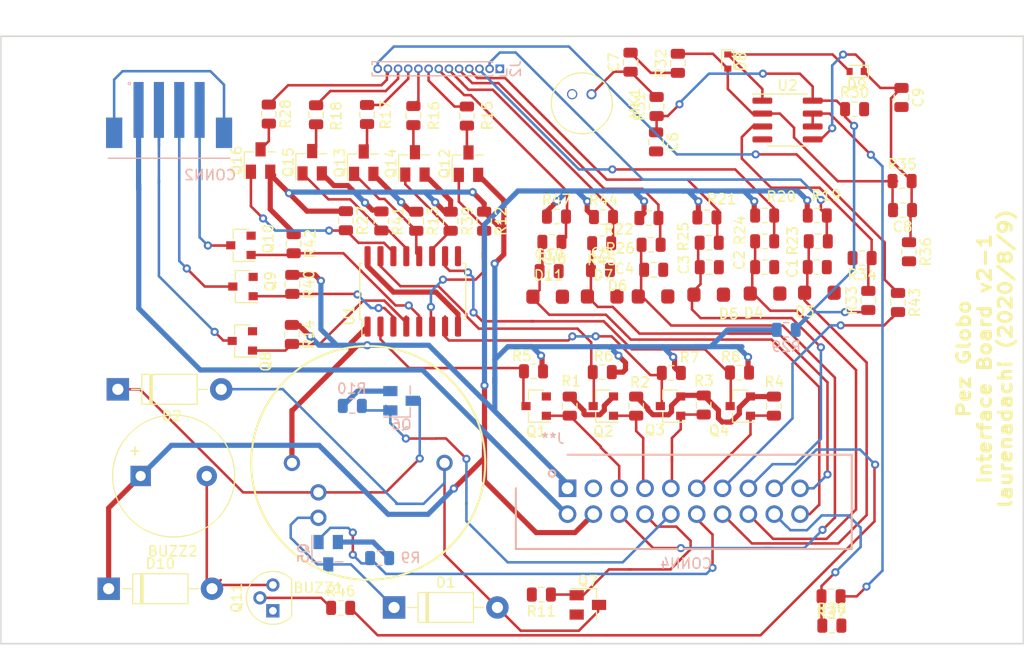
<source format=kicad_pcb>
(kicad_pcb (version 20171130) (host pcbnew "(5.1.6-0-10_14)")
  (layers (0 F.Cu signal) (31 B.Cu signal) (34 B.Paste user) (35 F.Paste user) (36 B.SilkS user) (37 F.SilkS user) (38 B.Mask user) (39 F.Mask user) (44 Edge.Cuts user))
  (net 0 "")
  (net 1 "Net-(BUZZ1-Pad4)")
  (net 2 5V)
  (net 3 "Net-(BUZZ1-Pad3)")
  (net 4 "Net-(BUZZ1-Pad2)")
  (net 5 GND)
  (net 6 SET_ALARM_EN)
  (net 7 SET_LOCK)
  (net 8 +12V)
  (net 9 3.3V)
  (net 10 ALARM1_LOW)
  (net 11 ALARM1_MED)
  (net 12 ALARM1_HIGH)
  (net 13 "Net-(CONN2-Pad5)")
  (net 14 "Net-(CONN2-Pad4)")
  (net 15 "Net-(CONN2-Pad3)")
  (net 16 "Net-(CONN2-Pad2)")
  (net 17 "Net-(Q1-Pad3)")
  (net 18 "Net-(Q2-Pad3)")
  (net 19 "Net-(Q3-Pad3)")
  (net 20 "Net-(Q4-Pad3)")
  (net 21 SW1_LED)
  (net 22 SW2_LED)
  (net 23 SW3_LED)
  (net 24 SW4_LED)
  (net 25 "Net-(U1-Pad9)")
  (net 26 SET_100_O2)
  (net 27 SET_MANUAL_BREATH)
  (net 28 "Net-(C6-Pad1)")
  (net 29 "Net-(C7-Pad2)")
  (net 30 "Net-(C7-Pad1)")
  (net 31 "Net-(C8-Pad2)")
  (net 32 "Net-(C8-Pad1)")
  (net 33 ~SER_IN)
  (net 34 ~SER_CLK)
  (net 35 ALARM1_SENSE)
  (net 36 SER_CLR)
  (net 37 ~SER_RCLK)
  (net 38 SET_WINDOW)
  (net 39 SET_NEBULIZATION)
  (net 40 ALARM2_EN)
  (net 41 SW6_LED)
  (net 42 "Net-(D8-Pad1)")
  (net 43 "Net-(BUZZ2-Pad2)")
  (net 44 SW4_EN)
  (net 45 SW3_EN)
  (net 46 SW2_EN)
  (net 47 SW1_EN)
  (net 48 DRAIN1)
  (net 49 DRAIN0)
  (net 50 DRAIN2)
  (net 51 "Net-(Q11-Pad2)")
  (net 52 DRAIN3)
  (net 53 DRAIN5)
  (net 54 DRAIN4)
  (net 55 SW5_LED)
  (net 56 DRAIN6)
  (net 57 "Net-(R33-Pad2)")
  (net 58 "Net-(R37-Pad1)")
  (net 59 DRAIN7)
  (net 60 "Net-(J2-Pad13)")
  (net 61 "Net-(J2-Pad12)")
  (net 62 "Net-(J2-Pad11)")
  (net 63 "Net-(J2-Pad10)")
  (net 64 "Net-(J2-Pad9)")
  (net 65 "Net-(J2-Pad8)")
  (net 66 SW6_EN)
  (net 67 SW5_EN)
  (module Diode_THT:D_DO-41_SOD81_P10.16mm_Horizontal (layer F.Cu) (at -9.51462 51.74598)
    (fp_text reference D10 (at 5.08 -2.47) (layer F.SilkS))
    (fp_text value 1N4001)
    (pad 2 thru_hole oval (at 10.16 0) (size 2.2 2.2) (drill 1.1) (layers *.Cu *.Mask) (net 43 "Net-(BUZZ2-Pad2)"))
    (pad 1 thru_hole rect (at 0 0) (size 2.2 2.2) (drill 1.1) (layers *.Cu *.Mask) (net 9 3.3V))
  )
  (module Pufferfish:D_TVS_SMF3.3 (layer F.Cu) (at 39 23)
    (fp_text reference D7 (at 0.1 -2.1) (layer F.SilkS))
    (fp_text value SMF3.3)
    (pad 2 smd roundrect (at 1.45 0) (size 1.3 1.4) (layers F.Cu F.Paste F.Mask) (net 5 GND))
    (pad 1 smd roundrect (at -1.45 0) (size 1.3 1.4) (layers F.Cu F.Paste F.Mask) (net 39 SET_NEBULIZATION))
  )
  (module Pufferfish:CAP_SMD_0805 (layer F.Cu) (at 38.83 20.39)
    (fp_text reference C5 (at 0 -1.65) (layer F.SilkS))
    (fp_text value 0.1uF)
    (pad 1 smd roundrect (at -0.9375 0) (size 0.975 1.4) (layers F.Cu F.Paste F.Mask) (net 39 SET_NEBULIZATION))
    (pad 2 smd roundrect (at 0.9375 0) (size 0.975 1.4) (layers F.Cu F.Paste F.Mask) (net 5 GND))
  )
  (module Pufferfish:RES_SMD_0805 (layer F.Cu) (at 38.95 17.76 180)
    (fp_text reference R45 (at 0 -1.65) (layer F.SilkS))
    (fp_text value RES_SMD_0805)
    (pad 1 smd roundrect (at -0.9375 0 180) (size 0.975 1.4) (layers F.Cu F.Paste F.Mask) (net 67 SW5_EN))
    (pad 2 smd roundrect (at 0.9375 0 180) (size 0.975 1.4) (layers F.Cu F.Paste F.Mask) (net 39 SET_NEBULIZATION))
  )
  (module Pufferfish:RES_SMD_0805 (layer F.Cu) (at 39.1287 15.18412)
    (fp_text reference R44 (at 0 -1.65) (layer F.SilkS))
    (fp_text value RES_SMD_0805)
    (pad 1 smd roundrect (at -0.9375 0) (size 0.975 1.4) (layers F.Cu F.Paste F.Mask) (net 9 3.3V))
    (pad 2 smd roundrect (at 0.9375 0) (size 0.975 1.4) (layers F.Cu F.Paste F.Mask) (net 67 SW5_EN))
  )
  (module Package_SO:SO-16_5.3x10.2mm_P1.27mm (layer F.Cu) (at 20.38096 22.49678 90)
    (fp_text reference U1 (at -2.37744 -6.25602 90) (layer F.SilkS))
    (fp_text value STPIC6D595)
    (pad 16 smd roundrect (at 3.4625 -4.445 90) (size 1.975 0.6) (layers F.Cu F.Paste F.Mask) (net 5 GND))
    (pad 15 smd roundrect (at 3.4625 -3.175 90) (size 1.975 0.6) (layers F.Cu F.Paste F.Mask) (net 18 "Net-(Q2-Pad3)"))
    (pad 14 smd roundrect (at 3.4625 -1.905 90) (size 1.975 0.6) (layers F.Cu F.Paste F.Mask) (net 59 DRAIN7))
    (pad 13 smd roundrect (at 3.4625 -0.635 90) (size 1.975 0.6) (layers F.Cu F.Paste F.Mask) (net 56 DRAIN6))
    (pad 12 smd roundrect (at 3.4625 0.635 90) (size 1.975 0.6) (layers F.Cu F.Paste F.Mask) (net 53 DRAIN5))
    (pad 11 smd roundrect (at 3.4625 1.905 90) (size 1.975 0.6) (layers F.Cu F.Paste F.Mask) (net 54 DRAIN4))
    (pad 10 smd roundrect (at 3.4625 3.175 90) (size 1.975 0.6) (layers F.Cu F.Paste F.Mask) (net 20 "Net-(Q4-Pad3)"))
    (pad 9 smd roundrect (at 3.4625 4.445 90) (size 1.975 0.6) (layers F.Cu F.Paste F.Mask) (net 25 "Net-(U1-Pad9)"))
    (pad 8 smd roundrect (at -3.4625 4.445 90) (size 1.975 0.6) (layers F.Cu F.Paste F.Mask) (net 5 GND))
    (pad 7 smd roundrect (at -3.4625 3.175 90) (size 1.975 0.6) (layers F.Cu F.Paste F.Mask) (net 19 "Net-(Q3-Pad3)"))
    (pad 6 smd roundrect (at -3.4625 1.905 90) (size 1.975 0.6) (layers F.Cu F.Paste F.Mask) (net 52 DRAIN3))
    (pad 5 smd roundrect (at -3.4625 0.635 90) (size 1.975 0.6) (layers F.Cu F.Paste F.Mask) (net 50 DRAIN2))
    (pad 4 smd roundrect (at -3.4625 -0.635 90) (size 1.975 0.6) (layers F.Cu F.Paste F.Mask) (net 48 DRAIN1))
    (pad 3 smd roundrect (at -3.4625 -1.905 90) (size 1.975 0.6) (layers F.Cu F.Paste F.Mask) (net 49 DRAIN0))
    (pad 2 smd roundrect (at -3.4625 -3.175 90) (size 1.975 0.6) (layers F.Cu F.Paste F.Mask) (net 17 "Net-(Q1-Pad3)"))
    (pad 1 smd roundrect (at -3.4625 -4.445 90) (size 1.975 0.6) (layers F.Cu F.Paste F.Mask) (net 2 5V))
  )
  (module Pufferfish:RES_SMD_0805 (layer F.Cu) (at 34.06 17.63 180)
    (fp_text reference R48 (at 0 -1.65) (layer F.SilkS))
    (fp_text value RES_SMD_0805)
    (pad 2 smd roundrect (at 0.9375 0 180) (size 0.975 1.4) (layers F.Cu F.Paste F.Mask) (net 38 SET_WINDOW))
    (pad 1 smd roundrect (at -0.9375 0 180) (size 0.975 1.4) (layers F.Cu F.Paste F.Mask) (net 66 SW6_EN))
  )
  (module Pufferfish:RES_SMD_0805 (layer F.Cu) (at 34.5075 15.14)
    (fp_text reference R47 (at 0 -1.65) (layer F.SilkS))
    (fp_text value RES_SMD_0805)
    (pad 2 smd roundrect (at 0.9375 0) (size 0.975 1.4) (layers F.Cu F.Paste F.Mask) (net 66 SW6_EN))
    (pad 1 smd roundrect (at -0.9375 0) (size 0.975 1.4) (layers F.Cu F.Paste F.Mask) (net 9 3.3V))
  )
  (module Pufferfish:RES_SMD_0805 (layer F.Cu) (at 68.08 23.59 270)
    (fp_text reference R43 (at 0 -1.65 90) (layer F.SilkS))
    (fp_text value RES_SMD_0805)
    (pad 2 smd roundrect (at 0.9375 0 270) (size 0.975 1.4) (layers F.Cu F.Paste F.Mask) (net 41 SW6_LED))
    (pad 1 smd roundrect (at -0.9375 0 270) (size 0.975 1.4) (layers F.Cu F.Paste F.Mask) (net 60 "Net-(J2-Pad13)"))
  )
  (module Pufferfish:RES_SMD_0805 (layer F.Cu) (at 6.23062 5.05436 270)
    (fp_text reference R28 (at 0 -1.65 90) (layer F.SilkS))
    (fp_text value RES_SMD_0805)
    (pad 2 smd roundrect (at 0.9375 0 270) (size 0.975 1.4) (layers F.Cu F.Paste F.Mask) (net 55 SW5_LED))
    (pad 1 smd roundrect (at -0.9375 0 270) (size 0.975 1.4) (layers F.Cu F.Paste F.Mask) (net 61 "Net-(J2-Pad12)"))
  )
  (module Connector_PinHeader_1.00mm:PinHeader_1x13_P1.00mm_Vertical (layer B.Cu) (at 28.93492 0.59944 90)
    (fp_text reference J2 (at 0 1.56 90) (layer B.SilkS) (effects (justify mirror)))
    (fp_text value Conn_01x13_Male)
    (pad 13 thru_hole oval (at 0 -12 90) (size 0.85 0.85) (drill 0.5) (layers *.Cu *.Mask) (net 60 "Net-(J2-Pad13)"))
    (pad 12 thru_hole oval (at 0 -11 90) (size 0.85 0.85) (drill 0.5) (layers *.Cu *.Mask) (net 61 "Net-(J2-Pad12)"))
    (pad 11 thru_hole oval (at 0 -10 90) (size 0.85 0.85) (drill 0.5) (layers *.Cu *.Mask) (net 62 "Net-(J2-Pad11)"))
    (pad 10 thru_hole oval (at 0 -9 90) (size 0.85 0.85) (drill 0.5) (layers *.Cu *.Mask) (net 63 "Net-(J2-Pad10)"))
    (pad 9 thru_hole oval (at 0 -8 90) (size 0.85 0.85) (drill 0.5) (layers *.Cu *.Mask) (net 64 "Net-(J2-Pad9)"))
    (pad 8 thru_hole oval (at 0 -7 90) (size 0.85 0.85) (drill 0.5) (layers *.Cu *.Mask) (net 65 "Net-(J2-Pad8)"))
    (pad 7 thru_hole oval (at 0 -6 90) (size 0.85 0.85) (drill 0.5) (layers *.Cu *.Mask) (net 66 SW6_EN))
    (pad 6 thru_hole oval (at 0 -5 90) (size 0.85 0.85) (drill 0.5) (layers *.Cu *.Mask) (net 67 SW5_EN))
    (pad 5 thru_hole oval (at 0 -4 90) (size 0.85 0.85) (drill 0.5) (layers *.Cu *.Mask) (net 44 SW4_EN))
    (pad 4 thru_hole oval (at 0 -3 90) (size 0.85 0.85) (drill 0.5) (layers *.Cu *.Mask) (net 45 SW3_EN))
    (pad 3 thru_hole oval (at 0 -2 90) (size 0.85 0.85) (drill 0.5) (layers *.Cu *.Mask) (net 46 SW2_EN))
    (pad 2 thru_hole oval (at 0 -1 90) (size 0.85 0.85) (drill 0.5) (layers *.Cu *.Mask) (net 47 SW1_EN))
    (pad 1 thru_hole rect (at 0 0 90) (size 0.85 0.85) (drill 0.5) (layers *.Cu *.Mask) (net 5 GND))
  )
  (module Pufferfish:D_TVS_SMF3.3 (layer F.Cu) (at 33.64 23.02)
    (fp_text reference D11 (at 0.1 -2.1) (layer F.SilkS))
    (fp_text value SMF3.3)
    (pad 1 smd roundrect (at -1.45 0) (size 1.3 1.4) (layers F.Cu F.Paste F.Mask) (net 38 SET_WINDOW))
    (pad 2 smd roundrect (at 1.45 0) (size 1.3 1.4) (layers F.Cu F.Paste F.Mask) (net 5 GND))
  )
  (module Pufferfish:CAP_SMD_0805 (layer F.Cu) (at 33.78548 20.5015)
    (fp_text reference C10 (at 0 -1.65) (layer F.SilkS))
    (fp_text value 0.1uF)
    (pad 2 smd roundrect (at 0.9375 0) (size 0.975 1.4) (layers F.Cu F.Paste F.Mask) (net 5 GND))
    (pad 1 smd roundrect (at -0.9375 0) (size 0.975 1.4) (layers F.Cu F.Paste F.Mask) (net 38 SET_WINDOW))
  )
  (module Pufferfish:Buzzer-CUI_CSQG703BP (layer F.Cu) (at -3.12 40.66)
    (fp_text reference BUZZ2 (at -0.1 7.4) (layer F.SilkS))
    (fp_text value BUZZER)
    (fp_text user + (at -3.81 -2.54) (layer F.SilkS))
    (pad 1 thru_hole rect (at -3.25 0) (size 2 2) (drill 1) (layers *.Cu *.Mask) (net 9 3.3V))
    (pad 2 thru_hole circle (at 3.25 0) (size 2 2) (drill 1) (layers *.Cu *.Mask) (net 43 "Net-(BUZZ2-Pad2)"))
  )
  (module Pufferfish:Microphone-EM-6022P (layer F.Cu) (at 37 4 90)
    (fp_text reference MK1 (at 0 5.2 90) (layer F.SilkS))
    (fp_text value Microphone)
    (pad 1 thru_hole circle (at 0.9 -0.95 90) (size 1 1) (drill 0.762) (layers *.Cu *.Mask) (net 5 GND))
    (pad 2 thru_hole circle (at 0.9 0.95 90) (size 1 1) (drill 0.65) (layers *.Cu *.Mask) (net 30 "Net-(C7-Pad1)"))
  )
  (module Package_SO:SOIC-8_3.9x4.9mm_P1.27mm (layer F.Cu) (at 57.22 5.64)
    (fp_text reference U2 (at 0 -3.4) (layer F.SilkS))
    (fp_text value TL072)
    (pad 8 smd roundrect (at 2.475 -1.905) (size 1.95 0.6) (layers F.Cu F.Paste F.Mask) (net 28 "Net-(C6-Pad1)"))
    (pad 7 smd roundrect (at 2.475 -0.635) (size 1.95 0.6) (layers F.Cu F.Paste F.Mask) (net 58 "Net-(R37-Pad1)"))
    (pad 6 smd roundrect (at 2.475 0.635) (size 1.95 0.6) (layers F.Cu F.Paste F.Mask) (net 58 "Net-(R37-Pad1)"))
    (pad 5 smd roundrect (at 2.475 1.905) (size 1.95 0.6) (layers F.Cu F.Paste F.Mask) (net 32 "Net-(C8-Pad1)"))
    (pad 4 smd roundrect (at -2.475 1.905) (size 1.95 0.6) (layers F.Cu F.Paste F.Mask) (net 5 GND))
    (pad 3 smd roundrect (at -2.475 0.635) (size 1.95 0.6) (layers F.Cu F.Paste F.Mask) (net 57 "Net-(R33-Pad2)"))
    (pad 2 smd roundrect (at -2.475 -0.635) (size 1.95 0.6) (layers F.Cu F.Paste F.Mask) (net 31 "Net-(C8-Pad2)"))
    (pad 1 smd roundrect (at -2.475 -1.905) (size 1.95 0.6) (layers F.Cu F.Paste F.Mask) (net 42 "Net-(D8-Pad1)"))
  )
  (module Pufferfish:RES_SMD_0805 (layer F.Cu) (at 13.2925 53.63)
    (fp_text reference R46 (at 0 -1.65) (layer F.SilkS))
    (fp_text value RES_SMD_0805)
    (pad 2 smd roundrect (at 0.9375 0) (size 0.975 1.4) (layers F.Cu F.Paste F.Mask) (net 40 ALARM2_EN))
    (pad 1 smd roundrect (at -0.9375 0) (size 0.975 1.4) (layers F.Cu F.Paste F.Mask) (net 51 "Net-(Q11-Pad2)"))
  )
  (module Pufferfish:RES_SMD_0805 (layer F.Cu) (at 8.67156 17.81072 270)
    (fp_text reference R42 (at 0 -1.65 90) (layer F.SilkS))
    (fp_text value RES_SMD_0805)
    (pad 2 smd roundrect (at 0.9375 0 270) (size 0.975 1.4) (layers F.Cu F.Paste F.Mask) (net 50 DRAIN2))
    (pad 1 smd roundrect (at -0.9375 0 270) (size 0.975 1.4) (layers F.Cu F.Paste F.Mask) (net 2 5V))
  )
  (module Pufferfish:RES_SMD_0805 (layer F.Cu) (at 17.29486 15.5702 270)
    (fp_text reference R41 (at 0 -1.65 90) (layer F.SilkS))
    (fp_text value RES_SMD_0805)
    (pad 2 smd roundrect (at 0.9375 0 270) (size 0.975 1.4) (layers F.Cu F.Paste F.Mask) (net 56 DRAIN6))
    (pad 1 smd roundrect (at -0.9375 0 270) (size 0.975 1.4) (layers F.Cu F.Paste F.Mask) (net 2 5V))
  )
  (module Pufferfish:RES_SMD_0805 (layer F.Cu) (at 8.53948 21.80844 270)
    (fp_text reference R40 (at 0 -1.65 90) (layer F.SilkS))
    (fp_text value RES_SMD_0805)
    (pad 2 smd roundrect (at 0.9375 0 270) (size 0.975 1.4) (layers F.Cu F.Paste F.Mask) (net 49 DRAIN0))
    (pad 1 smd roundrect (at -0.9375 0 270) (size 0.975 1.4) (layers F.Cu F.Paste F.Mask) (net 2 5V))
  )
  (module Pufferfish:RES_SMD_0805 (layer F.Cu) (at 24.1046 15.5956 270)
    (fp_text reference R39 (at 0 -1.65 90) (layer F.SilkS))
    (fp_text value RES_SMD_0805)
    (pad 2 smd roundrect (at 0.9375 0 270) (size 0.975 1.4) (layers F.Cu F.Paste F.Mask) (net 54 DRAIN4))
    (pad 1 smd roundrect (at -0.9375 0 270) (size 0.975 1.4) (layers F.Cu F.Paste F.Mask) (net 2 5V))
  )
  (module Pufferfish:RES_SMD_0805 (layer F.Cu) (at 61.5775 55.38)
    (fp_text reference R38 (at 0 -1.65) (layer F.SilkS))
    (fp_text value RES_SMD_0805)
    (pad 2 smd roundrect (at 0.9375 0) (size 0.975 1.4) (layers F.Cu F.Paste F.Mask) (net 5 GND))
    (pad 1 smd roundrect (at -0.9375 0) (size 0.975 1.4) (layers F.Cu F.Paste F.Mask) (net 35 ALARM1_SENSE))
  )
  (module Pufferfish:RES_SMD_0805 (layer F.Cu) (at 61.4975 52.5 180)
    (fp_text reference R37 (at 0 -1.65) (layer F.SilkS))
    (fp_text value RES_SMD_0805)
    (pad 2 smd roundrect (at 0.9375 0 180) (size 0.975 1.4) (layers F.Cu F.Paste F.Mask) (net 35 ALARM1_SENSE))
    (pad 1 smd roundrect (at -0.9375 0 180) (size 0.975 1.4) (layers F.Cu F.Paste F.Mask) (net 58 "Net-(R37-Pad1)"))
  )
  (module Pufferfish:RES_SMD_0805 (layer F.Cu) (at 69.16 18.6 270)
    (fp_text reference R36 (at 0 -1.65 90) (layer F.SilkS))
    (fp_text value RES_SMD_0805)
    (pad 2 smd roundrect (at 0.9375 0 270) (size 0.975 1.4) (layers F.Cu F.Paste F.Mask) (net 5 GND))
    (pad 1 smd roundrect (at -0.9375 0 270) (size 0.975 1.4) (layers F.Cu F.Paste F.Mask) (net 32 "Net-(C8-Pad1)"))
  )
  (module Pufferfish:RES_SMD_0805 (layer F.Cu) (at 68.4825 11.64)
    (fp_text reference R35 (at 0 -1.65) (layer F.SilkS))
    (fp_text value RES_SMD_0805)
    (pad 2 smd roundrect (at 0.9375 0) (size 0.975 1.4) (layers F.Cu F.Paste F.Mask) (net 32 "Net-(C8-Pad1)"))
    (pad 1 smd roundrect (at -0.9375 0) (size 0.975 1.4) (layers F.Cu F.Paste F.Mask) (net 31 "Net-(C8-Pad2)"))
  )
  (module Pufferfish:RES_SMD_0805 (layer F.Cu) (at 64.55 19.22 180)
    (fp_text reference R34 (at 0 -1.65) (layer F.SilkS))
    (fp_text value RES_SMD_0805)
    (pad 2 smd roundrect (at 0.9375 0 180) (size 0.975 1.4) (layers F.Cu F.Paste F.Mask) (net 5 GND))
    (pad 1 smd roundrect (at -0.9375 0 180) (size 0.975 1.4) (layers F.Cu F.Paste F.Mask) (net 57 "Net-(R33-Pad2)"))
  )
  (module Pufferfish:RES_SMD_0805 (layer F.Cu) (at 65.16 23.39 90)
    (fp_text reference R33 (at 0 -1.65 90) (layer F.SilkS))
    (fp_text value RES_SMD_0805)
    (pad 2 smd roundrect (at 0.9375 0 90) (size 0.975 1.4) (layers F.Cu F.Paste F.Mask) (net 57 "Net-(R33-Pad2)"))
    (pad 1 smd roundrect (at -0.9375 0 90) (size 0.975 1.4) (layers F.Cu F.Paste F.Mask) (net 28 "Net-(C6-Pad1)"))
  )
  (module Pufferfish:RES_SMD_0805 (layer F.Cu) (at 46.44 0.06 90)
    (fp_text reference R32 (at 0 -1.65 90) (layer F.SilkS))
    (fp_text value RES_SMD_0805)
    (pad 2 smd roundrect (at 0.9375 0 90) (size 0.975 1.4) (layers F.Cu F.Paste F.Mask) (net 31 "Net-(C8-Pad2)"))
    (pad 1 smd roundrect (at -0.9375 0 90) (size 0.975 1.4) (layers F.Cu F.Paste F.Mask) (net 29 "Net-(C7-Pad2)"))
  )
  (module Pufferfish:RES_SMD_0805 (layer F.Cu) (at 44.35118 4.31 90)
    (fp_text reference R31 (at 0 -1.65 90) (layer F.SilkS))
    (fp_text value RES_SMD_0805)
    (pad 2 smd roundrect (at 0.9375 0 90) (size 0.975 1.4) (layers F.Cu F.Paste F.Mask) (net 30 "Net-(C7-Pad1)"))
    (pad 1 smd roundrect (at -0.9375 0 90) (size 0.975 1.4) (layers F.Cu F.Paste F.Mask) (net 28 "Net-(C6-Pad1)"))
  )
  (module Pufferfish:RES_SMD_0805 (layer F.Cu) (at 63.81 4.57)
    (fp_text reference R30 (at 0 -1.65) (layer F.SilkS))
    (fp_text value RES_SMD_0805)
    (pad 2 smd roundrect (at 0.9375 0) (size 0.975 1.4) (layers F.Cu F.Paste F.Mask) (net 5 GND))
    (pad 1 smd roundrect (at -0.9375 0) (size 0.975 1.4) (layers F.Cu F.Paste F.Mask) (net 28 "Net-(C6-Pad1)"))
  )
  (module Pufferfish:RES_SMD_0805 (layer B.Cu) (at 57.09 26.28)
    (fp_text reference R29 (at 0 1.65) (layer B.SilkS) (effects (justify mirror)))
    (fp_text value RES_SMD_0805)
    (pad 2 smd roundrect (at 0.9375 0) (size 0.975 1.4) (layers B.Cu B.Paste B.Mask) (net 28 "Net-(C6-Pad1)"))
    (pad 1 smd roundrect (at -0.9375 0) (size 0.975 1.4) (layers B.Cu B.Paste B.Mask) (net 2 5V))
  )
  (module Pufferfish:RES_SMD_0805 (layer F.Cu) (at 13.8049 15.54226 270)
    (fp_text reference R27 (at 0 -1.65 90) (layer F.SilkS))
    (fp_text value RES_SMD_0805)
    (pad 2 smd roundrect (at 0.9375 0 270) (size 0.975 1.4) (layers F.Cu F.Paste F.Mask) (net 59 DRAIN7))
    (pad 1 smd roundrect (at -0.9375 0 270) (size 0.975 1.4) (layers F.Cu F.Paste F.Mask) (net 2 5V))
  )
  (module Pufferfish:RES_SMD_0805 (layer F.Cu) (at 8.50138 26.73326 270)
    (fp_text reference R14 (at 0 -1.65 90) (layer F.SilkS))
    (fp_text value RES_SMD_0805)
    (pad 2 smd roundrect (at 0.9375 0 270) (size 0.975 1.4) (layers F.Cu F.Paste F.Mask) (net 48 DRAIN1))
    (pad 1 smd roundrect (at -0.9375 0 270) (size 0.975 1.4) (layers F.Cu F.Paste F.Mask) (net 2 5V))
  )
  (module Pufferfish:RES_SMD_0805 (layer F.Cu) (at 20.7264 15.5956 270)
    (fp_text reference R13 (at 0 -1.65 90) (layer F.SilkS))
    (fp_text value RES_SMD_0805)
    (pad 2 smd roundrect (at 0.9375 0 270) (size 0.975 1.4) (layers F.Cu F.Paste F.Mask) (net 53 DRAIN5))
    (pad 1 smd roundrect (at -0.9375 0 270) (size 0.975 1.4) (layers F.Cu F.Paste F.Mask) (net 2 5V))
  )
  (module Pufferfish:RES_SMD_0805 (layer F.Cu) (at 27.39898 15.5956 270)
    (fp_text reference R12 (at 0 -1.65 90) (layer F.SilkS))
    (fp_text value RES_SMD_0805)
    (pad 1 smd roundrect (at -0.9375 0 270) (size 0.975 1.4) (layers F.Cu F.Paste F.Mask) (net 2 5V))
    (pad 2 smd roundrect (at 0.9375 0 270) (size 0.975 1.4) (layers F.Cu F.Paste F.Mask) (net 52 DRAIN3))
  )
  (module Package_TO_SOT_SMD:SuperSOT-3 (layer F.Cu) (at 5.42036 9.62406 90)
    (fp_text reference Q16 (at 0 -2.35 90) (layer F.SilkS))
    (fp_text value Q_PMOS_GSD)
    (pad 3 smd rect (at 1.1 0 90) (size 1.4 1) (layers F.Cu F.Paste F.Mask) (net 55 SW5_LED))
    (pad 2 smd rect (at -1.1 0.95 90) (size 1.4 1) (layers F.Cu F.Paste F.Mask) (net 2 5V))
    (pad 1 smd rect (at -1.1 -0.95 90) (size 1.4 1) (layers F.Cu F.Paste F.Mask) (net 59 DRAIN7))
  )
  (module Package_TO_SOT_SMD:SuperSOT-3 (layer F.Cu) (at 10.49274 9.79424 90)
    (fp_text reference Q15 (at 0 -2.35 90) (layer F.SilkS))
    (fp_text value Q_PMOS_GSD)
    (pad 3 smd rect (at 1.1 0 90) (size 1.4 1) (layers F.Cu F.Paste F.Mask) (net 24 SW4_LED))
    (pad 2 smd rect (at -1.1 0.95 90) (size 1.4 1) (layers F.Cu F.Paste F.Mask) (net 2 5V))
    (pad 1 smd rect (at -1.1 -0.95 90) (size 1.4 1) (layers F.Cu F.Paste F.Mask) (net 56 DRAIN6))
  )
  (module Package_TO_SOT_SMD:SuperSOT-3 (layer F.Cu) (at 20.59432 9.90854 90)
    (fp_text reference Q14 (at 0 -2.35 90) (layer F.SilkS))
    (fp_text value Q_PMOS_GSD)
    (pad 3 smd rect (at 1.1 0 90) (size 1.4 1) (layers F.Cu F.Paste F.Mask) (net 22 SW2_LED))
    (pad 2 smd rect (at -1.1 0.95 90) (size 1.4 1) (layers F.Cu F.Paste F.Mask) (net 2 5V))
    (pad 1 smd rect (at -1.1 -0.95 90) (size 1.4 1) (layers F.Cu F.Paste F.Mask) (net 54 DRAIN4))
  )
  (module Package_TO_SOT_SMD:SuperSOT-3 (layer F.Cu) (at 15.56258 9.83488 90)
    (fp_text reference Q13 (at 0 -2.35 90) (layer F.SilkS))
    (fp_text value Q_PMOS_GSD)
    (pad 3 smd rect (at 1.1 0 90) (size 1.4 1) (layers F.Cu F.Paste F.Mask) (net 23 SW3_LED))
    (pad 2 smd rect (at -1.1 0.95 90) (size 1.4 1) (layers F.Cu F.Paste F.Mask) (net 2 5V))
    (pad 1 smd rect (at -1.1 -0.95 90) (size 1.4 1) (layers F.Cu F.Paste F.Mask) (net 53 DRAIN5))
  )
  (module Package_TO_SOT_SMD:SuperSOT-3 (layer F.Cu) (at 25.85974 9.9314 90)
    (fp_text reference Q12 (at 0 -2.35 90) (layer F.SilkS))
    (fp_text value Q_PMOS_GSD)
    (pad 3 smd rect (at 1.1 0 90) (size 1.4 1) (layers F.Cu F.Paste F.Mask) (net 21 SW1_LED))
    (pad 2 smd rect (at -1.1 0.95 90) (size 1.4 1) (layers F.Cu F.Paste F.Mask) (net 2 5V))
    (pad 1 smd rect (at -1.1 -0.95 90) (size 1.4 1) (layers F.Cu F.Paste F.Mask) (net 52 DRAIN3))
  )
  (module Package_TO_SOT_THT:TO-92 (layer F.Cu) (at 6.63 53.92 90)
    (fp_text reference Q11 (at 1.27 -3.56 90) (layer F.SilkS))
    (fp_text value PN2222ABU)
    (pad 1 thru_hole rect (at 0 0 180) (size 1.3 1.3) (drill 0.75) (layers *.Cu *.Mask) (net 5 GND))
    (pad 3 thru_hole circle (at 2.54 0 180) (size 1.3 1.3) (drill 0.75) (layers *.Cu *.Mask) (net 43 "Net-(BUZZ2-Pad2)"))
    (pad 2 thru_hole circle (at 1.27 -1.27 180) (size 1.3 1.3) (drill 0.75) (layers *.Cu *.Mask) (net 51 "Net-(Q11-Pad2)"))
  )
  (module Diode_SMD:D_SOD-523 (layer F.Cu) (at 64.02 0.86 180)
    (fp_text reference D9 (at 0 -1.3) (layer F.SilkS))
    (fp_text value 1N4148WT)
    (pad 1 smd rect (at -0.7 0) (size 0.6 0.7) (layers F.Cu F.Paste F.Mask) (net 32 "Net-(C8-Pad1)"))
    (pad 2 smd rect (at 0.7 0) (size 0.6 0.7) (layers F.Cu F.Paste F.Mask) (net 42 "Net-(D8-Pad1)"))
  )
  (module Diode_SMD:D_SOD-523 (layer F.Cu) (at 51.35 -0.11 270)
    (fp_text reference D8 (at 0 -1.3 90) (layer F.SilkS))
    (fp_text value 1N4148WT)
    (pad 1 smd rect (at -0.7 0 90) (size 0.6 0.7) (layers F.Cu F.Paste F.Mask) (net 42 "Net-(D8-Pad1)"))
    (pad 2 smd rect (at 0.7 0 90) (size 0.6 0.7) (layers F.Cu F.Paste F.Mask) (net 31 "Net-(C8-Pad2)"))
  )
  (module Pufferfish:5103308-5 (layer B.Cu) (at 47.0535 43.16984 180)
    (fp_text reference CONN4 (at -0.2 -6.1) (layer B.SilkS) (effects (justify mirror)))
    (fp_text value 5103308-5)
    (fp_text user J** (at 12.9 6.2) (layer B.SilkS) (effects (justify mirror)))
    (pad 20 thru_hole circle (at -11.4 -1.24 180) (size 1.725 1.725) (drill 1.15) (layers *.Cu *.Mask) (net 38 SET_WINDOW))
    (pad 19 thru_hole circle (at -11.4 1.3 180) (size 1.725 1.725) (drill 1.15) (layers *.Cu *.Mask) (net 39 SET_NEBULIZATION))
    (pad 18 thru_hole circle (at -8.86 -1.24 180) (size 1.725 1.725) (drill 1.15) (layers *.Cu *.Mask) (net 35 ALARM1_SENSE))
    (pad 17 thru_hole circle (at -8.86 1.3 180) (size 1.725 1.725) (drill 1.15) (layers *.Cu *.Mask) (net 40 ALARM2_EN))
    (pad 11 thru_hole circle (at -1.24 1.3 180) (size 1.725 1.725) (drill 1.15) (layers *.Cu *.Mask) (net 37 ~SER_RCLK))
    (pad 12 thru_hole circle (at -1.24 -1.24 180) (size 1.725 1.725) (drill 1.15) (layers *.Cu *.Mask) (net 12 ALARM1_HIGH))
    (pad 13 thru_hole circle (at -3.78 1.3 180) (size 1.725 1.725) (drill 1.15) (layers *.Cu *.Mask) (net 41 SW6_LED))
    (pad 14 thru_hole circle (at -3.78 -1.24 180) (size 1.725 1.725) (drill 1.15) (layers *.Cu *.Mask) (net 6 SET_ALARM_EN))
    (pad 15 thru_hole circle (at -6.32 1.3 180) (size 1.725 1.725) (drill 1.15) (layers *.Cu *.Mask) (net 27 SET_MANUAL_BREATH))
    (pad 16 thru_hole circle (at -6.32 -1.24 180) (size 1.725 1.725) (drill 1.15) (layers *.Cu *.Mask) (net 26 SET_100_O2))
    (pad 5 thru_hole circle (at 6.38 1.3 180) (size 1.725 1.725) (drill 1.15) (layers *.Cu *.Mask) (net 33 ~SER_IN))
    (pad 2 thru_hole circle (at 11.46 -1.24 180) (size 1.725 1.725) (drill 1.15) (layers *.Cu *.Mask) (net 8 +12V))
    (pad 3 thru_hole circle (at 8.92 1.3 180) (size 1.725 1.725) (drill 1.15) (layers *.Cu *.Mask) (net 5 GND))
    (pad 6 thru_hole circle (at 6.38 -1.24 180) (size 1.725 1.725) (drill 1.15) (layers *.Cu *.Mask) (net 7 SET_LOCK))
    (pad 1 thru_hole rect (at 11.46 1.3 180) (size 1.725 1.725) (drill 1.15) (layers *.Cu *.Mask) (net 2 5V))
    (pad 7 thru_hole circle (at 3.84 1.3 180) (size 1.725 1.725) (drill 1.15) (layers *.Cu *.Mask) (net 34 ~SER_CLK))
    (pad 8 thru_hole circle (at 3.84 -1.24 180) (size 1.725 1.725) (drill 1.15) (layers *.Cu *.Mask) (net 10 ALARM1_LOW))
    (pad 9 thru_hole circle (at 1.3 1.3 180) (size 1.725 1.725) (drill 1.15) (layers *.Cu *.Mask) (net 36 SER_CLR))
    (pad 10 thru_hole circle (at 1.3 -1.24 180) (size 1.725 1.725) (drill 1.15) (layers *.Cu *.Mask) (net 11 ALARM1_MED))
    (pad 4 thru_hole circle (at 8.92 -1.24 180) (size 1.725 1.725) (drill 1.15) (layers *.Cu *.Mask) (net 9 3.3V))
  )
  (module Pufferfish:CAP_SMD_0805 (layer F.Cu) (at 68.42 3.42 270)
    (fp_text reference C9 (at 0 -1.65 90) (layer F.SilkS))
    (fp_text value 10uF)
    (pad 2 smd roundrect (at 0.9375 0 270) (size 0.975 1.4) (layers F.Cu F.Paste F.Mask) (net 5 GND))
    (pad 1 smd roundrect (at -0.9375 0 270) (size 0.975 1.4) (layers F.Cu F.Paste F.Mask) (net 32 "Net-(C8-Pad1)"))
  )
  (module Pufferfish:CAP_SMD_0805 (layer F.Cu) (at 68.5225 14.5 180)
    (fp_text reference C8 (at 0 -1.65) (layer F.SilkS))
    (fp_text value 100pF)
    (pad 2 smd roundrect (at 0.9375 0 180) (size 0.975 1.4) (layers F.Cu F.Paste F.Mask) (net 31 "Net-(C8-Pad2)"))
    (pad 1 smd roundrect (at -0.9375 0 180) (size 0.975 1.4) (layers F.Cu F.Paste F.Mask) (net 32 "Net-(C8-Pad1)"))
  )
  (module Pufferfish:CAP_SMD_0805 (layer F.Cu) (at 41.79 -0.05 90)
    (fp_text reference C7 (at 0 -1.65 90) (layer F.SilkS))
    (fp_text value 10uF)
    (pad 2 smd roundrect (at 0.9375 0 90) (size 0.975 1.4) (layers F.Cu F.Paste F.Mask) (net 29 "Net-(C7-Pad2)"))
    (pad 1 smd roundrect (at -0.9375 0 90) (size 0.975 1.4) (layers F.Cu F.Paste F.Mask) (net 30 "Net-(C7-Pad1)"))
  )
  (module Pufferfish:CAP_SMD_0805 (layer F.Cu) (at 44.29784 7.7898 270)
    (fp_text reference C6 (at 0 -1.65 90) (layer F.SilkS))
    (fp_text value 100nF)
    (pad 2 smd roundrect (at 0.9375 0 270) (size 0.975 1.4) (layers F.Cu F.Paste F.Mask) (net 5 GND))
    (pad 1 smd roundrect (at -0.9375 0 270) (size 0.975 1.4) (layers F.Cu F.Paste F.Mask) (net 28 "Net-(C6-Pad1)"))
  )
  (module Package_TO_SOT_SMD:SuperSOT-3 (layer F.Cu) (at 37.592 53.34)
    (fp_text reference Q7 (at 0 -2.35) (layer F.SilkS))
    (fp_text value FDN337N)
    (pad 3 smd rect (at 1.1 0) (size 1.4 1) (layers F.Cu F.Paste F.Mask) (net 1 "Net-(BUZZ1-Pad4)"))
    (pad 2 smd rect (at -1.1 0.95) (size 1.4 1) (layers F.Cu F.Paste F.Mask) (net 5 GND))
    (pad 1 smd rect (at -1.1 -0.95) (size 1.4 1) (layers F.Cu F.Paste F.Mask) (net 10 ALARM1_LOW))
  )
  (module Package_TO_SOT_SMD:SuperSOT-3 (layer B.Cu) (at 19.27606 33.25876)
    (fp_text reference Q6 (at 0 2.35) (layer B.SilkS) (effects (justify mirror)))
    (fp_text value FDN337N)
    (pad 3 smd rect (at 1.1 0) (size 1.4 1) (layers B.Cu B.Paste B.Mask) (net 3 "Net-(BUZZ1-Pad3)"))
    (pad 2 smd rect (at -1.1 -0.95) (size 1.4 1) (layers B.Cu B.Paste B.Mask) (net 5 GND))
    (pad 1 smd rect (at -1.1 0.95) (size 1.4 1) (layers B.Cu B.Paste B.Mask) (net 11 ALARM1_MED))
  )
  (module Package_TO_SOT_SMD:SuperSOT-3 (layer B.Cu) (at 12.07012 48.2551 270)
    (fp_text reference Q5 (at 0.00254 2.4257 90) (layer B.SilkS) (effects (justify mirror)))
    (fp_text value FDN337N)
    (pad 3 smd rect (at 1.1 0 270) (size 1.4 1) (layers B.Cu B.Paste B.Mask) (net 4 "Net-(BUZZ1-Pad2)"))
    (pad 2 smd rect (at -1.1 -0.95 270) (size 1.4 1) (layers B.Cu B.Paste B.Mask) (net 5 GND))
    (pad 1 smd rect (at -1.1 0.95 270) (size 1.4 1) (layers B.Cu B.Paste B.Mask) (net 12 ALARM1_HIGH))
  )
  (module Pufferfish:RES_SMD_0805 (layer F.Cu) (at 43.81 17.91 180)
    (fp_text reference R26 (at 3.03276 -0.35052) (layer F.SilkS))
    (fp_text value RES_SMD_0805)
    (pad 2 smd roundrect (at 0.9375 0 180) (size 0.975 1.4) (layers F.Cu F.Paste F.Mask) (net 7 SET_LOCK))
    (pad 1 smd roundrect (at -0.9375 0 180) (size 0.975 1.4) (layers F.Cu F.Paste F.Mask) (net 44 SW4_EN))
  )
  (module Pufferfish:RES_SMD_0805 (layer F.Cu) (at 49.52 17.71 180)
    (fp_text reference R25 (at 2.5527 0.59944 270) (layer F.SilkS))
    (fp_text value RES_SMD_0805)
    (pad 2 smd roundrect (at 0.9375 0 180) (size 0.975 1.4) (layers F.Cu F.Paste F.Mask) (net 27 SET_MANUAL_BREATH))
    (pad 1 smd roundrect (at -0.9375 0 180) (size 0.975 1.4) (layers F.Cu F.Paste F.Mask) (net 45 SW3_EN))
  )
  (module Pufferfish:RES_SMD_0805 (layer F.Cu) (at 54.97068 17.57172 180)
    (fp_text reference R24 (at 2.42062 1.08966 90) (layer F.SilkS))
    (fp_text value RES_SMD_0805)
    (pad 2 smd roundrect (at 0.9375 0 180) (size 0.975 1.4) (layers F.Cu F.Paste F.Mask) (net 26 SET_100_O2))
    (pad 1 smd roundrect (at -0.9375 0 180) (size 0.975 1.4) (layers F.Cu F.Paste F.Mask) (net 46 SW2_EN))
  )
  (module Pufferfish:RES_SMD_0805 (layer F.Cu) (at 60.24142 17.57172 180)
    (fp_text reference R23 (at 2.51738 0.05842 90) (layer F.SilkS))
    (fp_text value RES_SMD_0805)
    (pad 2 smd roundrect (at 0.9375 0 180) (size 0.975 1.4) (layers F.Cu F.Paste F.Mask) (net 6 SET_ALARM_EN))
    (pad 1 smd roundrect (at -0.9375 0 180) (size 0.975 1.4) (layers F.Cu F.Paste F.Mask) (net 47 SW1_EN))
  )
  (module Pufferfish:RES_SMD_0805 (layer F.Cu) (at 43.59124 15.2781)
    (fp_text reference R22 (at -2.9487 1.10998) (layer F.SilkS))
    (fp_text value RES_SMD_0805)
    (pad 2 smd roundrect (at 0.9375 0) (size 0.975 1.4) (layers F.Cu F.Paste F.Mask) (net 44 SW4_EN))
    (pad 1 smd roundrect (at -0.9375 0) (size 0.975 1.4) (layers F.Cu F.Paste F.Mask) (net 9 3.3V))
  )
  (module Pufferfish:RES_SMD_0805 (layer F.Cu) (at 49.29378 15.21714)
    (fp_text reference R21 (at 1.4501 -1.79832) (layer F.SilkS))
    (fp_text value RES_SMD_0805)
    (pad 2 smd roundrect (at 0.9375 0) (size 0.975 1.4) (layers F.Cu F.Paste F.Mask) (net 45 SW3_EN))
    (pad 1 smd roundrect (at -0.9375 0) (size 0.975 1.4) (layers F.Cu F.Paste F.Mask) (net 9 3.3V))
  )
  (module Pufferfish:RES_SMD_0805 (layer F.Cu) (at 54.97068 15.03172)
    (fp_text reference R20 (at 1.6256 -1.86182 180) (layer F.SilkS))
    (fp_text value RES_SMD_0805)
    (pad 2 smd roundrect (at 0.9375 0) (size 0.975 1.4) (layers F.Cu F.Paste F.Mask) (net 46 SW2_EN))
    (pad 1 smd roundrect (at -0.9375 0) (size 0.975 1.4) (layers F.Cu F.Paste F.Mask) (net 9 3.3V))
  )
  (module Pufferfish:RES_SMD_0805 (layer F.Cu) (at 60.14442 15.03172)
    (fp_text reference R19 (at 0.874 -1.98374) (layer F.SilkS))
    (fp_text value RES_SMD_0805)
    (pad 2 smd roundrect (at 0.9375 0) (size 0.975 1.4) (layers F.Cu F.Paste F.Mask) (net 47 SW1_EN))
    (pad 1 smd roundrect (at -0.9375 0) (size 0.975 1.4) (layers F.Cu F.Paste F.Mask) (net 9 3.3V))
  )
  (module Pufferfish:RES_SMD_0805 (layer F.Cu) (at 10.87882 5.12318 270)
    (fp_text reference R18 (at 0.127 -1.97866 90) (layer F.SilkS))
    (fp_text value RES_SMD_0805)
    (pad 2 smd roundrect (at 0.9375 0 270) (size 0.975 1.4) (layers F.Cu F.Paste F.Mask) (net 24 SW4_LED))
    (pad 1 smd roundrect (at -0.9375 0 270) (size 0.975 1.4) (layers F.Cu F.Paste F.Mask) (net 62 "Net-(J2-Pad11)"))
  )
  (module Pufferfish:RES_SMD_0805 (layer F.Cu) (at 15.88516 5.095 270)
    (fp_text reference R17 (at 0.02818 -1.82372 90) (layer F.SilkS))
    (fp_text value RES_SMD_0805)
    (pad 2 smd roundrect (at 0.9375 0 270) (size 0.975 1.4) (layers F.Cu F.Paste F.Mask) (net 23 SW3_LED))
    (pad 1 smd roundrect (at -0.9375 0 270) (size 0.975 1.4) (layers F.Cu F.Paste F.Mask) (net 63 "Net-(J2-Pad10)"))
  )
  (module Pufferfish:RES_SMD_0805 (layer F.Cu) (at 20.43938 5.20168 270)
    (fp_text reference R16 (at 0.00532 -2.01422 90) (layer F.SilkS))
    (fp_text value RES_SMD_0805)
    (pad 2 smd roundrect (at 0.9375 0 270) (size 0.975 1.4) (layers F.Cu F.Paste F.Mask) (net 22 SW2_LED))
    (pad 1 smd roundrect (at -0.9375 0 270) (size 0.975 1.4) (layers F.Cu F.Paste F.Mask) (net 64 "Net-(J2-Pad9)"))
  )
  (module Pufferfish:RES_SMD_0805 (layer F.Cu) (at 25.70226 5.25018 270)
    (fp_text reference R15 (at -0.04318 -2.00914 90) (layer F.SilkS))
    (fp_text value RES_SMD_0805)
    (pad 2 smd roundrect (at 0.9375 0 270) (size 0.975 1.4) (layers F.Cu F.Paste F.Mask) (net 21 SW1_LED))
    (pad 1 smd roundrect (at -0.9375 0 270) (size 0.975 1.4) (layers F.Cu F.Paste F.Mask) (net 65 "Net-(J2-Pad8)"))
  )
  (module Pufferfish:RES_SMD_0805 (layer F.Cu) (at 33.02 52.324 180)
    (fp_text reference R11 (at 0 -1.65) (layer F.SilkS))
    (fp_text value RES_SMD_0805)
    (pad 2 smd roundrect (at 0.9375 0 180) (size 0.975 1.4) (layers F.Cu F.Paste F.Mask) (net 5 GND))
    (pad 1 smd roundrect (at -0.9375 0 180) (size 0.975 1.4) (layers F.Cu F.Paste F.Mask) (net 10 ALARM1_LOW))
  )
  (module Pufferfish:RES_SMD_0805 (layer B.Cu) (at 14.4376 33.76422 180)
    (fp_text reference R10 (at 0.05358 1.70688) (layer B.SilkS) (effects (justify mirror)))
    (fp_text value RES_SMD_0805)
    (pad 2 smd roundrect (at 0.9375 0 180) (size 0.975 1.4) (layers B.Cu B.Paste B.Mask) (net 5 GND))
    (pad 1 smd roundrect (at -0.9375 0 180) (size 0.975 1.4) (layers B.Cu B.Paste B.Mask) (net 11 ALARM1_MED))
  )
  (module Pufferfish:RES_SMD_0805 (layer B.Cu) (at 17.12468 48.73498)
    (fp_text reference R9 (at 3.04014 -0.03048) (layer B.SilkS) (effects (justify mirror)))
    (fp_text value RES_SMD_0805)
    (pad 2 smd roundrect (at 0.9375 0) (size 0.975 1.4) (layers B.Cu B.Paste B.Mask) (net 5 GND))
    (pad 1 smd roundrect (at -0.9375 0) (size 0.975 1.4) (layers B.Cu B.Paste B.Mask) (net 12 ALARM1_HIGH))
  )
  (module Pufferfish:RES_SMD_0805 (layer F.Cu) (at 52.49902 30.48 180)
    (fp_text reference R8 (at 0.86106 1.57734) (layer F.SilkS))
    (fp_text value RES_SMD_0805)
    (pad 2 smd roundrect (at 0.9375 0 180) (size 0.975 1.4) (layers F.Cu F.Paste F.Mask) (net 20 "Net-(Q4-Pad3)"))
    (pad 1 smd roundrect (at -0.9375 0 180) (size 0.975 1.4) (layers F.Cu F.Paste F.Mask) (net 2 5V))
  )
  (module Pufferfish:RES_SMD_0805 (layer F.Cu) (at 45.7985 30.5181 180)
    (fp_text reference R7 (at -1.78332 1.52908) (layer F.SilkS))
    (fp_text value RES_SMD_0805)
    (pad 2 smd roundrect (at 0.9375 0 180) (size 0.975 1.4) (layers F.Cu F.Paste F.Mask) (net 19 "Net-(Q3-Pad3)"))
    (pad 1 smd roundrect (at -0.9375 0 180) (size 0.975 1.4) (layers F.Cu F.Paste F.Mask) (net 2 5V))
  )
  (module Pufferfish:RES_SMD_0805 (layer F.Cu) (at 39.00932 30.43936 180)
    (fp_text reference R6 (at -0.12954 1.59258) (layer F.SilkS))
    (fp_text value RES_SMD_0805)
    (pad 2 smd roundrect (at 0.9375 0 180) (size 0.975 1.4) (layers F.Cu F.Paste F.Mask) (net 18 "Net-(Q2-Pad3)"))
    (pad 1 smd roundrect (at -0.9375 0 180) (size 0.975 1.4) (layers F.Cu F.Paste F.Mask) (net 2 5V))
  )
  (module Pufferfish:RES_SMD_0805 (layer F.Cu) (at 32.24808 30.36062 180)
    (fp_text reference R5 (at 1.1534 1.51892) (layer F.SilkS))
    (fp_text value RES_SMD_0805)
    (pad 2 smd roundrect (at 0.9375 0 180) (size 0.975 1.4) (layers F.Cu F.Paste F.Mask) (net 17 "Net-(Q1-Pad3)"))
    (pad 1 smd roundrect (at -0.9375 0 180) (size 0.975 1.4) (layers F.Cu F.Paste F.Mask) (net 2 5V))
  )
  (module Pufferfish:RES_SMD_0805 (layer F.Cu) (at 55.88 33.782 90)
    (fp_text reference R4 (at 2.37744 0.04318 180) (layer F.SilkS))
    (fp_text value RES_SMD_0805)
    (pad 2 smd roundrect (at 0.9375 0 90) (size 0.975 1.4) (layers F.Cu F.Paste F.Mask) (net 5 GND))
    (pad 1 smd roundrect (at -0.9375 0 90) (size 0.975 1.4) (layers F.Cu F.Paste F.Mask) (net 37 ~SER_RCLK))
  )
  (module Pufferfish:RES_SMD_0805 (layer F.Cu) (at 48.97628 33.67532 90)
    (fp_text reference R3 (at 2.37744 0.02032 180) (layer F.SilkS))
    (fp_text value RES_SMD_0805)
    (pad 2 smd roundrect (at 0.9375 0 90) (size 0.975 1.4) (layers F.Cu F.Paste F.Mask) (net 5 GND))
    (pad 1 smd roundrect (at -0.9375 0 90) (size 0.975 1.4) (layers F.Cu F.Paste F.Mask) (net 36 SER_CLR))
  )
  (module Pufferfish:RES_SMD_0805 (layer F.Cu) (at 42.3418 33.782 90)
    (fp_text reference R2 (at 2.3368 0.36068 180) (layer F.SilkS))
    (fp_text value RES_SMD_0805)
    (pad 2 smd roundrect (at 0.9375 0 90) (size 0.975 1.4) (layers F.Cu F.Paste F.Mask) (net 5 GND))
    (pad 1 smd roundrect (at -0.9375 0 90) (size 0.975 1.4) (layers F.Cu F.Paste F.Mask) (net 34 ~SER_CLK))
  )
  (module Pufferfish:RES_SMD_0805 (layer F.Cu) (at 35.814 33.782 90)
    (fp_text reference R1 (at 2.45618 0.13208 180) (layer F.SilkS))
    (fp_text value RES_SMD_0805)
    (pad 2 smd roundrect (at 0.9375 0 90) (size 0.975 1.4) (layers F.Cu F.Paste F.Mask) (net 5 GND))
    (pad 1 smd roundrect (at -0.9375 0 90) (size 0.975 1.4) (layers F.Cu F.Paste F.Mask) (net 33 ~SER_IN))
  )
  (module Package_TO_SOT_SMD:SOT-23 (layer F.Cu) (at 3.48996 17.96542 180)
    (fp_text reference Q10 (at -2.67208 0.65278 270) (layer F.SilkS))
    (fp_text value 2N7002E)
    (pad 3 smd rect (at 1 0 180) (size 0.9 0.8) (layers F.Cu F.Paste F.Mask) (net 14 "Net-(CONN2-Pad4)"))
    (pad 2 smd rect (at -1 0.95 180) (size 0.9 0.8) (layers F.Cu F.Paste F.Mask) (net 5 GND))
    (pad 1 smd rect (at -1 -0.95 180) (size 0.9 0.8) (layers F.Cu F.Paste F.Mask) (net 50 DRAIN2))
  )
  (module Package_TO_SOT_SMD:SOT-23 (layer F.Cu) (at 3.69138 22.02176 180)
    (fp_text reference Q9 (at -2.69494 0.51308 270) (layer F.SilkS))
    (fp_text value 2N7002E)
    (pad 3 smd rect (at 1 0 180) (size 0.9 0.8) (layers F.Cu F.Paste F.Mask) (net 15 "Net-(CONN2-Pad3)"))
    (pad 2 smd rect (at -1 0.95 180) (size 0.9 0.8) (layers F.Cu F.Paste F.Mask) (net 5 GND))
    (pad 1 smd rect (at -1 -0.95 180) (size 0.9 0.8) (layers F.Cu F.Paste F.Mask) (net 49 DRAIN0))
  )
  (module Package_TO_SOT_SMD:SOT-23 (layer F.Cu) (at 3.62966 27.37104 180)
    (fp_text reference Q8 (at -2.30632 -2.02946 270) (layer F.SilkS))
    (fp_text value 2N7002E)
    (pad 3 smd rect (at 1 0 180) (size 0.9 0.8) (layers F.Cu F.Paste F.Mask) (net 16 "Net-(CONN2-Pad2)"))
    (pad 2 smd rect (at -1 0.95 180) (size 0.9 0.8) (layers F.Cu F.Paste F.Mask) (net 5 GND))
    (pad 1 smd rect (at -1 -0.95 180) (size 0.9 0.8) (layers F.Cu F.Paste F.Mask) (net 48 DRAIN1))
  )
  (module Package_TO_SOT_SMD:SOT-23 (layer F.Cu) (at 52.578 33.782 180)
    (fp_text reference Q4 (at 2.07772 -2.41808) (layer F.SilkS))
    (fp_text value 2N7002E)
    (pad 3 smd rect (at 1 0 180) (size 0.9 0.8) (layers F.Cu F.Paste F.Mask) (net 20 "Net-(Q4-Pad3)"))
    (pad 2 smd rect (at -1 0.95 180) (size 0.9 0.8) (layers F.Cu F.Paste F.Mask) (net 5 GND))
    (pad 1 smd rect (at -1 -0.95 180) (size 0.9 0.8) (layers F.Cu F.Paste F.Mask) (net 37 ~SER_RCLK))
  )
  (module Package_TO_SOT_SMD:SOT-23 (layer F.Cu) (at 45.72 33.782 180)
    (fp_text reference Q3 (at 1.53924 -2.35204) (layer F.SilkS))
    (fp_text value 2N7002E)
    (pad 3 smd rect (at 1 0 180) (size 0.9 0.8) (layers F.Cu F.Paste F.Mask) (net 19 "Net-(Q3-Pad3)"))
    (pad 2 smd rect (at -1 0.95 180) (size 0.9 0.8) (layers F.Cu F.Paste F.Mask) (net 5 GND))
    (pad 1 smd rect (at -1 -0.95 180) (size 0.9 0.8) (layers F.Cu F.Paste F.Mask) (net 36 SER_CLR))
  )
  (module Package_TO_SOT_SMD:SOT-23 (layer F.Cu) (at 39.116 33.782 180)
    (fp_text reference Q2 (at 0 -2.5) (layer F.SilkS))
    (fp_text value 2N7002E)
    (pad 3 smd rect (at 1 0 180) (size 0.9 0.8) (layers F.Cu F.Paste F.Mask) (net 18 "Net-(Q2-Pad3)"))
    (pad 2 smd rect (at -1 0.95 180) (size 0.9 0.8) (layers F.Cu F.Paste F.Mask) (net 5 GND))
    (pad 1 smd rect (at -1 -0.95 180) (size 0.9 0.8) (layers F.Cu F.Paste F.Mask) (net 34 ~SER_CLK))
  )
  (module Package_TO_SOT_SMD:SOT-23 (layer F.Cu) (at 32.512 33.782 180)
    (fp_text reference Q1 (at 0 -2.5) (layer F.SilkS))
    (fp_text value 2N7002E)
    (pad 3 smd rect (at 1 0 180) (size 0.9 0.8) (layers F.Cu F.Paste F.Mask) (net 17 "Net-(Q1-Pad3)"))
    (pad 2 smd rect (at -1 0.95 180) (size 0.9 0.8) (layers F.Cu F.Paste F.Mask) (net 5 GND))
    (pad 1 smd rect (at -1 -0.95 180) (size 0.9 0.8) (layers F.Cu F.Paste F.Mask) (net 33 ~SER_IN))
  )
  (module Pufferfish:D_TVS_SMF3.3 (layer F.Cu) (at 44 23)
    (fp_text reference D6 (at -3.48742 -1.0541) (layer F.SilkS))
    (fp_text value SMF3.3)
    (pad 1 smd roundrect (at -1.45 0) (size 1.3 1.4) (layers F.Cu F.Paste F.Mask) (net 7 SET_LOCK))
    (pad 2 smd roundrect (at 1.45 0) (size 1.3 1.4) (layers F.Cu F.Paste F.Mask) (net 5 GND))
  )
  (module Pufferfish:D_TVS_SMF3.3 (layer F.Cu) (at 49.47 22.82)
    (fp_text reference D5 (at 1.9663 1.88468) (layer F.SilkS))
    (fp_text value SMF3.3)
    (pad 1 smd roundrect (at -1.45 0) (size 1.3 1.4) (layers F.Cu F.Paste F.Mask) (net 27 SET_MANUAL_BREATH))
    (pad 2 smd roundrect (at 1.45 0) (size 1.3 1.4) (layers F.Cu F.Paste F.Mask) (net 5 GND))
  )
  (module Pufferfish:D_TVS_SMF3.3 (layer F.Cu) (at 55.01098 22.71014)
    (fp_text reference D4 (at -1.12996 1.91516) (layer F.SilkS))
    (fp_text value SMF3.3)
    (pad 1 smd roundrect (at -1.45 0) (size 1.3 1.4) (layers F.Cu F.Paste F.Mask) (net 26 SET_100_O2))
    (pad 2 smd roundrect (at 1.45 0) (size 1.3 1.4) (layers F.Cu F.Paste F.Mask) (net 5 GND))
  )
  (module Pufferfish:D_TVS_SMF3.3 (layer F.Cu) (at 60.35074 22.62886)
    (fp_text reference D3 (at -1.42748 1.86436) (layer F.SilkS))
    (fp_text value SMF3.3)
    (pad 1 smd roundrect (at -1.45 0) (size 1.3 1.4) (layers F.Cu F.Paste F.Mask) (net 6 SET_ALARM_EN))
    (pad 2 smd roundrect (at 1.45 0) (size 1.3 1.4) (layers F.Cu F.Paste F.Mask) (net 5 GND))
  )
  (module Diode_THT:D_DO-41_SOD81_P10.16mm_Horizontal (layer F.Cu) (at -8.61 32.13)
    (fp_text reference D2 (at 5.29082 2.62128) (layer F.SilkS))
    (fp_text value 1N4001)
    (pad 2 thru_hole oval (at 10.16 0) (size 2.2 2.2) (drill 1.1) (layers *.Cu *.Mask) (net 1 "Net-(BUZZ1-Pad4)"))
    (pad 1 thru_hole rect (at 0 0) (size 2.2 2.2) (drill 1.1) (layers *.Cu *.Mask) (net 3 "Net-(BUZZ1-Pad3)"))
  )
  (module Diode_THT:D_DO-41_SOD81_P10.16mm_Horizontal (layer F.Cu) (at 18.542 53.594)
    (fp_text reference D1 (at 5.08 -2.47) (layer F.SilkS))
    (fp_text value 1N4001)
    (pad 2 thru_hole oval (at 10.16 0) (size 2.2 2.2) (drill 1.1) (layers *.Cu *.Mask) (net 1 "Net-(BUZZ1-Pad4)"))
    (pad 1 thru_hole rect (at 0 0) (size 2.2 2.2) (drill 1.1) (layers *.Cu *.Mask) (net 4 "Net-(BUZZ1-Pad2)"))
  )
  (module Pufferfish:JST_B4B-PH-SM4-TB (layer B.Cu) (at -3.57378 4.64566)
    (fp_text reference CONN2 (at 4.03606 6.4008) (layer B.SilkS) (effects (font (size 1.000724 1.000724)) (justify mirror)))
    (fp_text value "B4B-PH-SM4-TB(LF)(SN)")
    (pad 2 smd rect (at -1 0) (size 1 5.5) (layers B.Cu B.Paste B.Mask) (net 16 "Net-(CONN2-Pad2)"))
    (pad 3 smd rect (at 1 0) (size 1 5.5) (layers B.Cu B.Paste B.Mask) (net 15 "Net-(CONN2-Pad3)"))
    (pad 1 smd rect (at -3 0) (size 1 5.5) (layers B.Cu B.Paste B.Mask) (net 8 +12V))
    (pad 4 smd rect (at 3 0) (size 1 5.5) (layers B.Cu B.Paste B.Mask) (net 14 "Net-(CONN2-Pad4)"))
    (pad 5 smd rect (at -5.4 2.25) (size 1.6 3) (layers B.Cu B.Paste B.Mask) (net 13 "Net-(CONN2-Pad5)"))
    (pad 6 smd rect (at 5.4 2.25) (size 1.6 3) (layers B.Cu B.Paste B.Mask) (net 13 "Net-(CONN2-Pad5)"))
  )
  (module Pufferfish:CAP_SMD_0805 (layer F.Cu) (at 44.06 20.37)
    (fp_text reference C4 (at -2.8575 -0.09652) (layer F.SilkS))
    (fp_text value 0.1uF)
    (pad 2 smd roundrect (at 0.9375 0) (size 0.975 1.4) (layers F.Cu F.Paste F.Mask) (net 5 GND))
    (pad 1 smd roundrect (at -0.9375 0) (size 0.975 1.4) (layers F.Cu F.Paste F.Mask) (net 7 SET_LOCK))
  )
  (module Pufferfish:CAP_SMD_0805 (layer F.Cu) (at 49.5325 20.12)
    (fp_text reference C3 (at -2.49174 -0.25654 90) (layer F.SilkS))
    (fp_text value 0.1uF)
    (pad 2 smd roundrect (at 0.9375 0) (size 0.975 1.4) (layers F.Cu F.Paste F.Mask) (net 5 GND))
    (pad 1 smd roundrect (at -0.9375 0) (size 0.975 1.4) (layers F.Cu F.Paste F.Mask) (net 27 SET_MANUAL_BREATH))
  )
  (module Pufferfish:CAP_SMD_0805 (layer F.Cu) (at 54.97068 20.11172)
    (fp_text reference C2 (at -2.48158 -0.6858 90) (layer F.SilkS))
    (fp_text value 0.1uF)
    (pad 2 smd roundrect (at 0.9375 0) (size 0.975 1.4) (layers F.Cu F.Paste F.Mask) (net 5 GND))
    (pad 1 smd roundrect (at -0.9375 0) (size 0.975 1.4) (layers F.Cu F.Paste F.Mask) (net 26 SET_100_O2))
  )
  (module Pufferfish:CAP_SMD_0805 (layer F.Cu) (at 60.14442 20.11172)
    (fp_text reference C1 (at -2.44578 0.09906 90) (layer F.SilkS))
    (fp_text value 0.1uF)
    (pad 2 smd roundrect (at 0.9375 0) (size 0.975 1.4) (layers F.Cu F.Paste F.Mask) (net 5 GND))
    (pad 1 smd roundrect (at -0.9375 0) (size 0.975 1.4) (layers F.Cu F.Paste F.Mask) (net 6 SET_ALARM_EN))
  )
  (module Pufferfish:Buzzer-MSS5MMG (layer F.Cu) (at 16.002 39.37)
    (fp_text reference BUZZ1 (at -4.90728 12.3063) (layer F.SilkS))
    (fp_text value BUZZER-MALLORY)
    (pad 2 thru_hole circle (at -4.9 5.4) (size 1.6 1.6) (drill 1) (layers *.Cu *.Mask) (net 4 "Net-(BUZZ1-Pad2)"))
    (pad 3 thru_hole circle (at -4.9 2.9) (size 1.6 1.6) (drill 1) (layers *.Cu *.Mask) (net 3 "Net-(BUZZ1-Pad3)"))
    (pad 1 thru_hole circle (at -7.5 0) (size 1.6 1.6) (drill 1) (layers *.Cu *.Mask) (net 2 5V))
    (pad 4 thru_hole circle (at 7.5 0) (size 1.6 1.6) (drill 1) (layers *.Cu *.Mask) (net 1 "Net-(BUZZ1-Pad4)"))
  )
  (gr_line (start -20.12 57.15) (end -20.12 -2.59588) (layer Edge.Cuts) (width 0.15))
  (gr_line (start -20.12 -2.59588) (end 80.40376 -2.59588) (layer Edge.Cuts) (width 0.15))
  (gr_text "Pez Globo\nInterface Board v2-1\nlaurenadachi (2020/8/9)" (at 76.58868 29.12312 90) (layer F.SilkS) (effects (font (size 1.27 1.5) (thickness 0.3))))
  (gr_line (start 80.40376 57.15) (end 80.40376 -2.59588) (layer Edge.Cuts) (width 0.15))
  (gr_line (start -20.12 57.15) (end 80.40376 57.15) (layer Edge.Cuts) (width 0.15))
  (segment (start 28.702 53.594) (end 30.988 55.88) (width 0.25) (layer F.Cu) (net 1))
  (segment (start 36.702 55.88) (end 38.592 53.99) (width 0.25) (layer F.Cu) (net 1))
  (segment (start 38.592 53.99) (end 38.592 53.34) (width 0.25) (layer F.Cu) (net 1))
  (segment (start 30.988 55.88) (end 36.702 55.88) (width 0.25) (layer F.Cu) (net 1))
  (segment (start 23.502 48.394) (end 28.702 53.594) (width 0.25) (layer F.Cu) (net 1))
  (segment (start 23.502 39.37) (end 23.502 48.394) (width 0.25) (layer F.Cu) (net 1))
  (segment (start 23.502 41.335002) (end 23.502 39.37) (width 0.25) (layer B.Cu) (net 1))
  (segment (start 21.442001 43.395001) (end 23.502 41.335002) (width 0.25) (layer B.Cu) (net 1))
  (segment (start 2.46888 32.11576) (end 7.59714 32.11576) (width 0.25) (layer B.Cu) (net 1))
  (segment (start 18.876381 43.395001) (end 20.577439 43.395001) (width 0.25) (layer B.Cu) (net 1))
  (segment (start 7.59714 32.11576) (end 18.876381 43.395001) (width 0.25) (layer B.Cu) (net 1))
  (segment (start 20.577439 43.395001) (end 21.442001 43.395001) (width 0.25) (layer B.Cu) (net 1))
  (segment (start 18.757001 43.395001) (end 20.577439 43.395001) (width 0.25) (layer B.Cu) (net 1))
  (segment (start 8.502 39.37) (end 8.502 34.2035) (width 0.508) (layer F.Cu) (net 2))
  (segment (start 35.56 41.91) (end 35.56 41.402) (width 0.508) (layer B.Cu) (net 2))
  (segment (start 41.04132 30.43936) (end 39.94682 30.43936) (width 0.508) (layer F.Cu) (net 2))
  (segment (start 28.448 31.496) (end 28.448 30.988) (width 0.508) (layer B.Cu) (net 2))
  (segment (start 28.448 34.29) (end 28.448 31.496) (width 0.508) (layer B.Cu) (net 2))
  (segment (start 28.448 29.21) (end 29.718 27.94) (width 0.508) (layer B.Cu) (net 2))
  (segment (start 28.448 31.496) (end 28.448 29.21) (width 0.508) (layer B.Cu) (net 2))
  (via (at 45.974 28.956) (size 0.8) (drill 0.4) (layers F.Cu B.Cu) (net 2))
  (segment (start 44.958 27.94) (end 45.974 28.956) (width 0.508) (layer B.Cu) (net 2))
  (segment (start 39.878 27.94) (end 44.958 27.94) (width 0.508) (layer B.Cu) (net 2))
  (via (at 53.34 28.956) (size 0.8) (drill 0.4) (layers F.Cu B.Cu) (net 2))
  (segment (start 53.34 30.5585) (end 53.5155 30.734) (width 0.508) (layer F.Cu) (net 2))
  (segment (start 53.34 28.956) (end 53.34 30.5585) (width 0.508) (layer F.Cu) (net 2))
  (via (at 32.99206 28.82138) (size 0.8) (drill 0.4) (layers F.Cu B.Cu) (net 2))
  (segment (start 29.718 27.94) (end 32.004 27.94) (width 0.508) (layer B.Cu) (net 2))
  (segment (start 33.08858 28.83662) (end 33.08858 30.26362) (width 0.508) (layer F.Cu) (net 2))
  (segment (start 35.56 41.402) (end 29.21 35.052) (width 0.508) (layer B.Cu) (net 2))
  (segment (start 29.21 35.052) (end 28.448 34.29) (width 0.508) (layer B.Cu) (net 2))
  (via (at 15.90548 27.79522) (size 0.8) (drill 0.4) (layers F.Cu B.Cu) (net 2))
  (segment (start 41.29532 30.18536) (end 41.04132 30.43936) (width 0.508) (layer F.Cu) (net 2))
  (segment (start 52.324 27.94) (end 53.34 28.956) (width 0.508) (layer B.Cu) (net 2))
  (segment (start 46.14418 30.01772) (end 46.90618 30.77972) (width 0.508) (layer F.Cu) (net 2))
  (segment (start 46.11624 28.97378) (end 46.11624 29.98978) (width 0.508) (layer F.Cu) (net 2))
  (segment (start 8.502 34.2035) (end 8.558182 34.2035) (width 0.508) (layer F.Cu) (net 2))
  (segment (start 15.90548 25.98976) (end 15.93596 25.95928) (width 0.508) (layer F.Cu) (net 2))
  (segment (start 32.11068 27.94) (end 32.99206 28.82138) (width 0.508) (layer B.Cu) (net 2))
  (segment (start 29.718 27.94) (end 31.91256 27.94) (width 0.508) (layer B.Cu) (net 2))
  (segment (start 31.91256 27.94) (end 32.11068 27.94) (width 0.508) (layer B.Cu) (net 2))
  (segment (start 31.91256 27.94) (end 39.878 27.94) (width 0.508) (layer B.Cu) (net 2))
  (segment (start 39.878 27.94) (end 40.06596 27.94) (width 0.508) (layer B.Cu) (net 2))
  (via (at 40.60444 28.82392) (size 0.8) (drill 0.4) (layers F.Cu B.Cu) (net 2))
  (segment (start 39.878 28.09748) (end 40.60444 28.82392) (width 0.508) (layer B.Cu) (net 2))
  (segment (start 39.878 27.94) (end 39.878 28.09748) (width 0.508) (layer B.Cu) (net 2))
  (segment (start 41.29532 29.5148) (end 41.29532 30.18536) (width 0.508) (layer F.Cu) (net 2))
  (segment (start 40.60444 28.82392) (end 41.29532 29.5148) (width 0.508) (layer F.Cu) (net 2))
  (segment (start 21.95322 27.79522) (end 23.46198 29.30398) (width 0.508) (layer B.Cu) (net 2))
  (segment (start 15.90548 27.79522) (end 21.95322 27.79522) (width 0.508) (layer B.Cu) (net 2))
  (segment (start 23.46198 29.30398) (end 23.114 28.956) (width 0.508) (layer B.Cu) (net 2))
  (segment (start 29.21 35.052) (end 23.46198 29.30398) (width 0.508) (layer B.Cu) (net 2))
  (segment (start 14.313682 27.581558) (end 15.93596 25.95928) (width 0.508) (layer F.Cu) (net 2))
  (segment (start 14.313682 28.448) (end 14.313682 27.581558) (width 0.508) (layer F.Cu) (net 2))
  (segment (start 14.966462 27.79522) (end 14.091041 28.670641) (width 0.508) (layer F.Cu) (net 2))
  (segment (start 15.90548 27.79522) (end 14.966462 27.79522) (width 0.508) (layer F.Cu) (net 2))
  (segment (start 14.091041 28.670641) (end 14.313682 28.448) (width 0.508) (layer F.Cu) (net 2))
  (segment (start 8.558182 34.2035) (end 14.091041 28.670641) (width 0.508) (layer F.Cu) (net 2))
  (via (at 28.43022 19.76628) (size 0.8) (drill 0.4) (layers F.Cu B.Cu) (net 2))
  (segment (start 28.448 19.78406) (end 28.43022 19.76628) (width 0.508) (layer B.Cu) (net 2))
  (segment (start 28.448 29.21) (end 28.448 19.78406) (width 0.508) (layer B.Cu) (net 2))
  (segment (start 28.43022 19.76628) (end 29.33192 18.86458) (width 0.508) (layer F.Cu) (net 2))
  (segment (start 29.33192 16.59104) (end 27.39898 14.6581) (width 0.508) (layer F.Cu) (net 2))
  (segment (start 29.33192 18.86458) (end 29.33192 16.59104) (width 0.508) (layer F.Cu) (net 2))
  (segment (start 29.33192 13.55358) (end 26.80974 11.0314) (width 0.508) (layer F.Cu) (net 2))
  (segment (start 29.33192 16.59104) (end 29.33192 13.55358) (width 0.508) (layer F.Cu) (net 2))
  (segment (start 27.39898 14.6581) (end 27.39898 13.85824) (width 0.508) (layer F.Cu) (net 2))
  (via (at 26.27122 12.73048) (size 0.8) (drill 0.4) (layers F.Cu B.Cu) (net 2))
  (segment (start 27.39898 13.85824) (end 26.27122 12.73048) (width 0.508) (layer F.Cu) (net 2))
  (segment (start 14.68628 12.77366) (end 15.6845 13.77188) (width 0.508) (layer B.Cu) (net 2))
  (segment (start 14.68628 12.73048) (end 14.68628 12.77366) (width 0.508) (layer B.Cu) (net 2))
  (via (at 15.6845 13.77188) (size 0.8) (drill 0.4) (layers F.Cu B.Cu) (net 2))
  (segment (start 14.68628 12.73048) (end 10.81786 12.73048) (width 0.508) (layer B.Cu) (net 2))
  (segment (start 17.16048 14.49832) (end 17.29486 14.6327) (width 0.508) (layer F.Cu) (net 2))
  (segment (start 16.41094 14.49832) (end 17.16048 14.49832) (width 0.508) (layer F.Cu) (net 2))
  (via (at 19.23542 13.70838) (size 0.8) (drill 0.4) (layers F.Cu B.Cu) (net 2))
  (segment (start 20.18514 14.6581) (end 19.23542 13.70838) (width 0.508) (layer F.Cu) (net 2))
  (segment (start 20.7264 14.6581) (end 20.18514 14.6581) (width 0.508) (layer F.Cu) (net 2))
  (segment (start 18.3896 12.86256) (end 18.3896 12.73048) (width 0.508) (layer B.Cu) (net 2))
  (segment (start 18.3896 12.73048) (end 14.68628 12.73048) (width 0.508) (layer B.Cu) (net 2))
  (segment (start 19.23542 13.70838) (end 18.3896 12.86256) (width 0.508) (layer B.Cu) (net 2))
  (segment (start 23.51254 14.6581) (end 22.58568 13.73124) (width 0.508) (layer F.Cu) (net 2))
  (via (at 22.58568 13.73124) (size 0.8) (drill 0.4) (layers F.Cu B.Cu) (net 2))
  (segment (start 24.1046 14.6581) (end 23.51254 14.6581) (width 0.508) (layer F.Cu) (net 2))
  (segment (start 21.72462 12.87018) (end 21.72462 12.73048) (width 0.508) (layer B.Cu) (net 2))
  (segment (start 21.72462 12.73048) (end 18.3896 12.73048) (width 0.508) (layer B.Cu) (net 2))
  (segment (start 22.58568 13.73124) (end 21.72462 12.87018) (width 0.508) (layer B.Cu) (net 2))
  (segment (start 26.27122 12.73048) (end 21.72462 12.73048) (width 0.508) (layer B.Cu) (net 2))
  (segment (start 24.1046 13.56882) (end 21.54432 11.00854) (width 0.508) (layer F.Cu) (net 2))
  (segment (start 24.1046 14.6581) (end 24.1046 13.56882) (width 0.508) (layer F.Cu) (net 2))
  (segment (start 16.51258 10.98554) (end 20.18514 14.6581) (width 0.508) (layer F.Cu) (net 2))
  (segment (start 16.51258 10.93488) (end 16.51258 10.98554) (width 0.508) (layer F.Cu) (net 2))
  (segment (start 14.001501 12.088881) (end 16.08074 14.16812) (width 0.508) (layer F.Cu) (net 2))
  (segment (start 12.637381 12.088881) (end 14.001501 12.088881) (width 0.508) (layer F.Cu) (net 2))
  (segment (start 16.08074 14.16812) (end 16.41094 14.49832) (width 0.508) (layer F.Cu) (net 2))
  (segment (start 11.44274 10.89424) (end 12.637381 12.088881) (width 0.508) (layer F.Cu) (net 2))
  (segment (start 15.6845 13.77188) (end 16.08074 14.16812) (width 0.508) (layer F.Cu) (net 2))
  (segment (start 10.81786 12.73048) (end 8.5471 12.73048) (width 0.508) (layer B.Cu) (net 2))
  (segment (start 6.71322 11.06692) (end 6.37036 10.72406) (width 0.508) (layer F.Cu) (net 2))
  (via (at 8.21 12.83) (size 0.8) (drill 0.4) (layers F.Cu B.Cu) (net 2))
  (segment (start 6.37036 10.99036) (end 8.21 12.83) (width 0.508) (layer F.Cu) (net 2))
  (segment (start 6.37036 10.72406) (end 6.37036 10.99036) (width 0.508) (layer F.Cu) (net 2))
  (segment (start 12.91522 27.79522) (end 15.90548 27.79522) (width 0.508) (layer B.Cu) (net 2))
  (via (at 11.35 21.46) (size 0.8) (drill 0.4) (layers F.Cu B.Cu) (net 2))
  (segment (start 10.76094 20.87094) (end 11.35 21.46) (width 0.508) (layer F.Cu) (net 2))
  (segment (start 8.53948 20.87094) (end 10.76094 20.87094) (width 0.508) (layer F.Cu) (net 2))
  (segment (start 11.35 26.23) (end 12.91522 27.79522) (width 0.508) (layer B.Cu) (net 2))
  (segment (start 11.35 21.46) (end 11.35 26.23) (width 0.508) (layer B.Cu) (net 2))
  (via (at 10.3 26.93) (size 0.8) (drill 0.4) (layers F.Cu B.Cu) (net 2))
  (segment (start 11.16522 27.79522) (end 10.3 26.93) (width 0.508) (layer B.Cu) (net 2))
  (segment (start 12.91522 27.79522) (end 11.16522 27.79522) (width 0.508) (layer B.Cu) (net 2))
  (segment (start 10.3 26.93) (end 9.2 25.83) (width 0.508) (layer F.Cu) (net 2))
  (segment (start 8.53562 25.83) (end 8.50138 25.79576) (width 0.508) (layer F.Cu) (net 2))
  (segment (start 9.2 25.83) (end 8.53562 25.83) (width 0.508) (layer F.Cu) (net 2))
  (segment (start 51.69 27.94) (end 52.74 27.94) (width 0.508) (layer B.Cu) (net 2))
  (segment (start 51.69 27.94) (end 52.324 27.94) (width 0.508) (layer B.Cu) (net 2))
  (segment (start 48.14 27.94) (end 49.66 27.94) (width 0.508) (layer B.Cu) (net 2))
  (segment (start 44.958 27.94) (end 48.14 27.94) (width 0.508) (layer B.Cu) (net 2))
  (segment (start 48.14 27.94) (end 51.69 27.94) (width 0.508) (layer B.Cu) (net 2))
  (segment (start 51.32 26.28) (end 56.1525 26.28) (width 0.508) (layer B.Cu) (net 2))
  (segment (start 49.66 27.94) (end 51.32 26.28) (width 0.508) (layer B.Cu) (net 2))
  (segment (start 6.37036 10.72406) (end 6.37036 14.42964) (width 0.508) (layer F.Cu) (net 2))
  (segment (start 8.67156 16.73084) (end 8.67156 16.87322) (width 0.508) (layer F.Cu) (net 2))
  (segment (start 6.37036 14.42964) (end 8.67156 16.73084) (width 0.508) (layer F.Cu) (net 2))
  (segment (start 9.98476 14.60476) (end 13.8049 14.60476) (width 0.508) (layer F.Cu) (net 2))
  (segment (start 8.21 12.83) (end 9.98476 14.60476) (width 0.508) (layer F.Cu) (net 2))
  (segment (start 7.472 42.27) (end 11.102 42.27) (width 0.25) (layer F.Cu) (net 3))
  (via (at 21.066 38.9349) (size 0.8) (drill 0.4) (layers F.Cu B.Cu) (net 3))
  (segment (start 17.7309 42.27) (end 21.066 38.9349) (width 0.25) (layer F.Cu) (net 3))
  (segment (start 11.102 42.27) (end 17.7309 42.27) (width 0.25) (layer F.Cu) (net 3))
  (segment (start 21.066 33.02) (end 21.066 38.9349) (width 0.25) (layer B.Cu) (net 3))
  (segment (start 11.09624 42.27576) (end 11.102 42.27) (width 0.25) (layer F.Cu) (net 3))
  (segment (start 3.701002 42.27) (end 11.102 42.27) (width 0.25) (layer F.Cu) (net 3))
  (segment (start -6.438998 32.13) (end 3.701002 42.27) (width 0.25) (layer F.Cu) (net 3))
  (segment (start -8.61 32.13) (end -6.438998 32.13) (width 0.25) (layer F.Cu) (net 3))
  (segment (start 8.382 45.466) (end 9.078 44.77) (width 0.25) (layer B.Cu) (net 4))
  (segment (start 8.382 46.736) (end 8.382 45.466) (width 0.25) (layer B.Cu) (net 4))
  (segment (start 9.078 44.77) (end 11.102 44.77) (width 0.25) (layer B.Cu) (net 4))
  (segment (start 11.0011 49.3551) (end 12.07012 49.3551) (width 0.25) (layer B.Cu) (net 4))
  (segment (start 8.382 46.736) (end 11.0011 49.3551) (width 0.25) (layer B.Cu) (net 4))
  (segment (start 14.3031 49.3551) (end 18.542 53.594) (width 0.25) (layer B.Cu) (net 4))
  (segment (start 12.07012 49.3551) (end 14.3031 49.3551) (width 0.25) (layer B.Cu) (net 4))
  (segment (start 52.482001 34.545201) (end 52.482001 33.927999) (width 0.508) (layer F.Cu) (net 5))
  (segment (start 52.391201 34.636001) (end 52.482001 34.545201) (width 0.508) (layer F.Cu) (net 5))
  (segment (start 52.482001 33.927999) (end 53.578 32.832) (width 0.508) (layer F.Cu) (net 5))
  (segment (start 46.92828 32.72532) (end 49.169078 32.72532) (width 0.508) (layer F.Cu) (net 5))
  (segment (start 39.211999 33.736001) (end 40.116 32.832) (width 0.508) (layer F.Cu) (net 5))
  (segment (start 38.769999 34.636001) (end 39.211999 34.194001) (width 0.508) (layer F.Cu) (net 5))
  (segment (start 39.211999 34.194001) (end 39.211999 33.736001) (width 0.508) (layer F.Cu) (net 5))
  (segment (start 37.302799 34.636001) (end 38.769999 34.636001) (width 0.508) (layer F.Cu) (net 5))
  (segment (start 37.211999 34.545201) (end 37.302799 34.636001) (width 0.508) (layer F.Cu) (net 5))
  (segment (start 37.211999 34.242499) (end 37.211999 34.545201) (width 0.508) (layer F.Cu) (net 5))
  (segment (start 35.814 32.8445) (end 37.211999 34.242499) (width 0.508) (layer F.Cu) (net 5))
  (segment (start 13.48232 33.782) (end 13.5001 33.76422) (width 0.508) (layer B.Cu) (net 5))
  (segment (start 4.62966 26.42104) (end 4.70412 26.42104) (width 0.508) (layer F.Cu) (net 5))
  (segment (start 15.93596 20.02178) (end 15.93596 19.03428) (width 0.508) (layer F.Cu) (net 5))
  (segment (start 18.48197 22.56779) (end 15.93596 20.02178) (width 0.508) (layer F.Cu) (net 5))
  (segment (start 24.82596 25.95928) (end 24.82596 24.731363) (width 0.508) (layer F.Cu) (net 5))
  (segment (start 43.49581 33.99851) (end 43.49581 34.13845) (width 0.508) (layer F.Cu) (net 5))
  (segment (start 42.3418 32.8445) (end 43.49581 33.99851) (width 0.508) (layer F.Cu) (net 5))
  (segment (start 45.815999 33.736001) (end 46.72 32.832) (width 0.508) (layer F.Cu) (net 5))
  (segment (start 45.815999 34.353203) (end 45.815999 33.736001) (width 0.508) (layer F.Cu) (net 5))
  (segment (start 45.533201 34.636001) (end 45.815999 34.353203) (width 0.508) (layer F.Cu) (net 5))
  (segment (start 43.993361 34.636001) (end 45.533201 34.636001) (width 0.508) (layer F.Cu) (net 5))
  (segment (start 43.49581 34.13845) (end 43.993361 34.636001) (width 0.508) (layer F.Cu) (net 5))
  (segment (start 48.97628 32.73782) (end 50.42662 34.18816) (width 0.508) (layer F.Cu) (net 5))
  (segment (start 50.42662 34.18816) (end 50.42662 34.97834) (width 0.508) (layer F.Cu) (net 5))
  (segment (start 50.42662 34.97834) (end 50.80254 35.35426) (width 0.508) (layer F.Cu) (net 5))
  (segment (start 51.672942 35.35426) (end 52.482001 34.545201) (width 0.508) (layer F.Cu) (net 5))
  (segment (start 50.80254 35.35426) (end 51.672942 35.35426) (width 0.508) (layer F.Cu) (net 5))
  (segment (start 22.662387 22.56779) (end 18.48197 22.56779) (width 0.508) (layer F.Cu) (net 5))
  (segment (start 24.668789 24.574191) (end 22.662387 22.56779) (width 0.508) (layer F.Cu) (net 5))
  (segment (start 24.82596 24.731363) (end 24.668789 24.574191) (width 0.508) (layer F.Cu) (net 5))
  (segment (start 14.95556 32.30876) (end 13.5001 33.76422) (width 0.508) (layer B.Cu) (net 5))
  (segment (start 18.17606 32.30876) (end 14.95556 32.30876) (width 0.508) (layer B.Cu) (net 5))
  (segment (start 16.4823 47.1551) (end 13.02012 47.1551) (width 0.508) (layer B.Cu) (net 5))
  (segment (start 18.06218 48.73498) (end 16.4823 47.1551) (width 0.508) (layer B.Cu) (net 5))
  (segment (start 53.5905 32.8445) (end 53.578 32.832) (width 0.508) (layer F.Cu) (net 5))
  (segment (start 55.88 32.8445) (end 53.5905 32.8445) (width 0.508) (layer F.Cu) (net 5))
  (segment (start 59.30392 20.01472) (end 59.20692 20.11172) (width 0.25) (layer F.Cu) (net 6))
  (segment (start 59.30392 17.57172) (end 59.30392 20.01472) (width 0.25) (layer F.Cu) (net 6))
  (segment (start 59.16374 19.5961) (end 59.16374 22.0531) (width 0.25) (layer F.Cu) (net 6))
  (segment (start 42.82924 17.5641) (end 42.82924 19.8501) (width 0.25) (layer F.Cu) (net 7))
  (via (at 46.736 47.752) (size 0.8) (drill 0.4) (layers F.Cu B.Cu) (net 7))
  (via (at 27.432 31.75) (size 0.8) (drill 0.4) (layers F.Cu B.Cu) (net 9))
  (segment (start 36.51504 12.61872) (end 37.53104 13.63472) (width 0.508) (layer B.Cu) (net 9))
  (via (at 37.53104 13.63472) (size 0.8) (drill 0.4) (layers F.Cu B.Cu) (net 9))
  (segment (start 35.75304 12.61872) (end 36.51504 12.61872) (width 0.508) (layer B.Cu) (net 9))
  (segment (start 42.35704 12.87272) (end 43.11904 13.63472) (width 0.508) (layer B.Cu) (net 9))
  (segment (start 42.35704 12.61872) (end 42.35704 12.87272) (width 0.508) (layer B.Cu) (net 9))
  (segment (start 35.75304 12.61872) (end 42.35704 12.61872) (width 0.508) (layer B.Cu) (net 9))
  (via (at 43.11904 13.63472) (size 0.8) (drill 0.4) (layers F.Cu B.Cu) (net 9))
  (segment (start 47.43704 12.61872) (end 48.45304 13.63472) (width 0.508) (layer B.Cu) (net 9))
  (segment (start 46.92904 12.61872) (end 47.43704 12.61872) (width 0.508) (layer B.Cu) (net 9))
  (via (at 48.45304 13.63472) (size 0.8) (drill 0.4) (layers F.Cu B.Cu) (net 9))
  (segment (start 42.35704 12.61872) (end 46.92904 12.61872) (width 0.508) (layer B.Cu) (net 9))
  (segment (start 46.92904 12.61872) (end 48.96104 12.61872) (width 0.508) (layer B.Cu) (net 9))
  (segment (start 32.512 46.228) (end 36.322 46.228) (width 0.508) (layer F.Cu) (net 9))
  (segment (start 36.322 46.228) (end 38.1 44.45) (width 0.508) (layer F.Cu) (net 9))
  (segment (start 27.432 41.148) (end 32.512 46.228) (width 0.508) (layer F.Cu) (net 9))
  (segment (start 35.8015 34.732) (end 35.814 34.7195) (width 0.25) (layer F.Cu) (net 33))
  (segment (start 33.512 34.732) (end 35.8015 34.732) (width 0.25) (layer F.Cu) (net 33))
  (segment (start 35.814 34.7195) (end 38.86176 37.76726) (width 0.25) (layer F.Cu) (net 33))
  (segment (start 42.3293 34.732) (end 42.3418 34.7195) (width 0.25) (layer F.Cu) (net 34))
  (segment (start 40.2938 34.732) (end 42.3293 34.732) (width 0.25) (layer F.Cu) (net 34))
  (segment (start 42.3418 36.2354) (end 43.03268 36.92628) (width 0.25) (layer F.Cu) (net 34))
  (segment (start 42.3418 35.89274) (end 42.3418 36.2354) (width 0.25) (layer F.Cu) (net 34))
  (segment (start 42.3418 34.7195) (end 42.3418 35.89274) (width 0.25) (layer F.Cu) (net 34))
  (segment (start 42.3418 35.89274) (end 42.3418 36.0576) (width 0.25) (layer F.Cu) (net 34))
  (segment (start 36.526 52.324) (end 36.592 52.39) (width 0.25) (layer F.Cu) (net 10))
  (segment (start 33.9575 52.324) (end 36.526 52.324) (width 0.25) (layer F.Cu) (net 10))
  (segment (start 37.12698 52.39) (end 39.66694 49.85004) (width 0.25) (layer F.Cu) (net 10))
  (segment (start 36.592 52.39) (end 37.12698 52.39) (width 0.25) (layer F.Cu) (net 10))
  (segment (start 46.7325 34.7195) (end 46.72 34.732) (width 0.25) (layer F.Cu) (net 36))
  (segment (start 48.97628 34.61282) (end 46.94078 34.61282) (width 0.25) (layer F.Cu) (net 36))
  (segment (start 46.72 36.06344) (end 45.85716 36.92628) (width 0.25) (layer F.Cu) (net 36))
  (segment (start 46.72 34.732) (end 46.72 36.06344) (width 0.25) (layer F.Cu) (net 36))
  (segment (start 18.08806 34.02076) (end 18.27606 34.20876) (width 0.25) (layer B.Cu) (net 11))
  (segment (start 18.27606 34.20876) (end 18.27606 33.823758) (width 0.25) (layer B.Cu) (net 11))
  (segment (start 25.654 43.27398) (end 25.654 43.47234) (width 0.25) (layer B.Cu) (net 11))
  (segment (start 17.73152 33.76422) (end 18.17606 34.20876) (width 0.25) (layer B.Cu) (net 11))
  (segment (start 15.81964 34.20876) (end 15.3751 33.76422) (width 0.25) (layer B.Cu) (net 11))
  (segment (start 18.17606 34.20876) (end 15.81964 34.20876) (width 0.25) (layer B.Cu) (net 11))
  (via (at 19.70278 36.97478) (size 0.8) (drill 0.4) (layers F.Cu B.Cu) (net 11))
  (segment (start 18.17606 35.44806) (end 19.70278 36.97478) (width 0.25) (layer B.Cu) (net 11))
  (segment (start 18.17606 34.20876) (end 18.17606 35.44806) (width 0.25) (layer B.Cu) (net 11))
  (segment (start 19.70278 36.97478) (end 22.67712 36.97478) (width 0.25) (layer F.Cu) (net 11))
  (segment (start 22.67712 36.97478) (end 22.68728 36.96462) (width 0.25) (layer F.Cu) (net 11))
  (segment (start 23.64486 36.96462) (end 25.654 38.97376) (width 0.25) (layer F.Cu) (net 11))
  (segment (start 22.68728 36.96462) (end 23.64486 36.96462) (width 0.25) (layer F.Cu) (net 11))
  (segment (start 25.654 38.97376) (end 25.654 43.27398) (width 0.25) (layer B.Cu) (net 11))
  (via (at 25.654 38.97376) (size 0.8) (drill 0.4) (layers F.Cu B.Cu) (net 11))
  (segment (start 55.8675 34.732) (end 55.88 34.7195) (width 0.25) (layer F.Cu) (net 37))
  (segment (start 11.12012 47.1551) (end 11.12012 46.95698) (width 0.25) (layer B.Cu) (net 12))
  (segment (start 16.18718 48.537158) (end 16.18718 48.73498) (width 0.25) (layer B.Cu) (net 12))
  (segment (start 11.12012 47.1551) (end 11.12012 46.9138) (width 0.25) (layer B.Cu) (net 12))
  (segment (start 11.12012 46.9138) (end 12.27582 45.7581) (width 0.25) (layer B.Cu) (net 12))
  (segment (start 12.27582 45.7581) (end 13.66266 45.7581) (width 0.25) (layer B.Cu) (net 12))
  (via (at 14.48816 46.21784) (size 0.8) (drill 0.4) (layers F.Cu B.Cu) (net 12))
  (segment (start 14.02842 45.7581) (end 14.48816 46.21784) (width 0.25) (layer B.Cu) (net 12))
  (segment (start 13.66266 45.7581) (end 14.02842 45.7581) (width 0.25) (layer B.Cu) (net 12))
  (via (at 14.48816 48.40732) (size 0.8) (drill 0.4) (layers F.Cu B.Cu) (net 12))
  (segment (start 14.48816 46.21784) (end 14.48816 48.40732) (width 0.25) (layer F.Cu) (net 12))
  (segment (start 14.48816 48.40732) (end 15.33652 49.25568) (width 0.25) (layer B.Cu) (net 12))
  (segment (start 16.70788 49.25568) (end 17.38491 49.93271) (width 0.25) (layer B.Cu) (net 12))
  (segment (start 15.33652 49.25568) (end 16.70788 49.25568) (width 0.25) (layer B.Cu) (net 12))
  (segment (start 16.18718 48.73498) (end 17.38491 49.93271) (width 0.25) (layer B.Cu) (net 12))
  (segment (start 1.82622 2.17166) (end 1.82622 6.89566) (width 0.25) (layer B.Cu) (net 13))
  (segment (start -8.14578 0.83566) (end 0.49022 0.83566) (width 0.25) (layer B.Cu) (net 13))
  (segment (start -8.97378 1.66366) (end -8.14578 0.83566) (width 0.25) (layer B.Cu) (net 13))
  (segment (start 0.49022 0.83566) (end 1.82622 2.17166) (width 0.25) (layer B.Cu) (net 13))
  (segment (start -8.97378 6.89566) (end -8.97378 1.66366) (width 0.25) (layer B.Cu) (net 13))
  (segment (start -0.57378 4.64566) (end -0.57378 6.97966) (width 0.25) (layer B.Cu) (net 14))
  (segment (start 61.08192 17.47472) (end 61.17892 17.57172) (width 0.25) (layer F.Cu) (net 47))
  (segment (start 61.08192 15.03172) (end 61.08192 17.47472) (width 0.25) (layer F.Cu) (net 47))
  (segment (start 55.90818 15.03172) (end 55.90818 17.57172) (width 0.25) (layer F.Cu) (net 46))
  (segment (start 44.70424 15.4536) (end 44.52874 15.2781) (width 0.25) (layer F.Cu) (net 44))
  (segment (start 44.70424 17.5641) (end 44.70424 15.4536) (width 0.25) (layer F.Cu) (net 44))
  (segment (start 20.49526 4.2083) (end 20.43938 4.26418) (width 0.25) (layer F.Cu) (net 64))
  (segment (start 11.13282 3.93168) (end 10.87882 4.18568) (width 0.25) (layer F.Cu) (net 62))
  (segment (start 11.1887 3.8758) (end 10.87882 4.18568) (width 0.25) (layer F.Cu) (net 62))
  (segment (start 31.496 33.766) (end 31.512 33.782) (width 0.25) (layer F.Cu) (net 17))
  (segment (start 17.20596 26.348548) (end 17.20596 25.95928) (width 0.25) (layer F.Cu) (net 17))
  (segment (start 31.25724 33.52724) (end 31.512 33.782) (width 0.25) (layer F.Cu) (net 17))
  (segment (start 31.25724 30.04058) (end 31.25724 33.52724) (width 0.25) (layer F.Cu) (net 17))
  (segment (start 38.1785 33.7195) (end 38.116 33.782) (width 0.25) (layer F.Cu) (net 18))
  (segment (start 38.1785 30.734) (end 38.1785 33.7195) (width 0.25) (layer F.Cu) (net 18))
  (segment (start 44.861 33.641) (end 44.72 33.782) (width 0.25) (layer F.Cu) (net 19))
  (segment (start 44.861 30.734) (end 44.861 33.641) (width 0.25) (layer F.Cu) (net 19))
  (segment (start 23.55596 25.95928) (end 23.55596 24.97178) (width 0.25) (layer F.Cu) (net 19))
  (via (at 36.068 26.924) (size 0.8) (drill 0.4) (layers F.Cu B.Cu) (net 19))
  (segment (start 38.354 26.924) (end 38.358653 26.919347) (width 0.25) (layer B.Cu) (net 19))
  (via (at 38.358653 26.919347) (size 0.8) (drill 0.4) (layers F.Cu B.Cu) (net 19))
  (segment (start 36.068 26.924) (end 38.354 26.924) (width 0.25) (layer B.Cu) (net 19))
  (segment (start 44.507002 30.5181) (end 44.861 30.5181) (width 0.25) (layer F.Cu) (net 19))
  (segment (start 39.930349 26.919347) (end 43.745002 30.734) (width 0.25) (layer F.Cu) (net 19))
  (segment (start 38.358653 26.919347) (end 39.930349 26.919347) (width 0.25) (layer F.Cu) (net 19))
  (segment (start 43.745002 30.734) (end 44.861 30.734) (width 0.25) (layer F.Cu) (net 19))
  (segment (start 51.6405 33.7195) (end 51.578 33.782) (width 0.25) (layer F.Cu) (net 20))
  (segment (start 51.6405 30.734) (end 51.6405 33.7195) (width 0.25) (layer F.Cu) (net 20))
  (segment (start 23.55596 19.03428) (end 23.55596 20.02178) (width 0.25) (layer F.Cu) (net 20))
  (segment (start 41.91 28.194) (end 49.1005 28.194) (width 0.25) (layer F.Cu) (net 20))
  (segment (start 49.1005 28.194) (end 51.6405 30.734) (width 0.25) (layer F.Cu) (net 20))
  (segment (start 23.55596 20.02178) (end 24.00658 20.4724) (width 0.25) (layer F.Cu) (net 20))
  (via (at 25.8064 20.61608) (size 0.8) (drill 0.4) (layers F.Cu B.Cu) (net 20))
  (segment (start 25.66272 20.4724) (end 25.8064 20.61608) (width 0.25) (layer F.Cu) (net 20))
  (segment (start 24.00658 20.4724) (end 25.66272 20.4724) (width 0.25) (layer F.Cu) (net 20))
  (segment (start 25.8064 20.61608) (end 26.33218 21.14186) (width 0.25) (layer B.Cu) (net 20))
  (segment (start 26.33218 21.14186) (end 26.33218 24.524012) (width 0.25) (layer B.Cu) (net 20))
  (segment (start 39.67607 25.96007) (end 41.91 28.194) (width 0.25) (layer F.Cu) (net 20))
  (segment (start 39.153 25.437) (end 39.53256 25.81656) (width 0.25) (layer F.Cu) (net 20))
  (segment (start 39.53256 25.81656) (end 39.67607 25.96007) (width 0.25) (layer F.Cu) (net 20))
  (segment (start 39.37 25.654) (end 39.53256 25.81656) (width 0.25) (layer F.Cu) (net 20))
  (segment (start 10.2697 6.06068) (end 10.87882 6.06068) (width 0.25) (layer F.Cu) (net 24))
  (segment (start 10.37614 6.06068) (end 10.87882 6.06068) (width 0.25) (layer F.Cu) (net 24))
  (segment (start 40.73676 41.81324) (end 40.64 41.91) (width 0.25) (layer F.Cu) (net 33))
  (segment (start 43.434 41.656) (end 43.18 41.91) (width 0.25) (layer F.Cu) (net 34))
  (segment (start 43.03268 41.76268) (end 43.18 41.91) (width 0.25) (layer F.Cu) (net 34))
  (segment (start 44.367501 45.637501) (end 43.18 44.45) (width 0.25) (layer F.Cu) (net 10))
  (segment (start 46.290001 45.637501) (end 44.367501 45.637501) (width 0.25) (layer F.Cu) (net 10))
  (segment (start 47.689999 47.037499) (end 46.290001 45.637501) (width 0.25) (layer F.Cu) (net 10))
  (segment (start 47.689999 47.871003) (end 47.689999 47.037499) (width 0.25) (layer F.Cu) (net 10))
  (segment (start 45.710962 49.85004) (end 46.655281 48.905721) (width 0.25) (layer F.Cu) (net 10))
  (segment (start 46.655281 48.905721) (end 47.689999 47.871003) (width 0.25) (layer F.Cu) (net 10))
  (segment (start 46.523762 49.03724) (end 46.655281 48.905721) (width 0.25) (layer F.Cu) (net 10))
  (segment (start 45.958 41.672) (end 45.72 41.91) (width 0.25) (layer F.Cu) (net 36))
  (segment (start 45.85716 41.77284) (end 45.72 41.91) (width 0.25) (layer F.Cu) (net 36))
  (segment (start 43.15587 47.01413) (end 45.72 44.45) (width 0.25) (layer B.Cu) (net 11))
  (segment (start 42.61866 47.55134) (end 43.15587 47.01413) (width 0.25) (layer B.Cu) (net 11))
  (segment (start 48.5521 41.6179) (end 48.26 41.91) (width 0.25) (layer F.Cu) (net 37))
  (via (at 49.8475 49.69002) (size 0.8) (drill 0.4) (layers F.Cu B.Cu) (net 12))
  (segment (start 49.8475 49.69002) (end 49.8475 46.42104) (width 0.25) (layer F.Cu) (net 12))
  (segment (start 48.26 44.83354) (end 48.26 44.45) (width 0.25) (layer F.Cu) (net 12))
  (segment (start 49.8475 46.42104) (end 48.26 44.83354) (width 0.25) (layer F.Cu) (net 12))
  (segment (start 52.65142 40.05858) (end 50.8 41.91) (width 0.25) (layer F.Cu) (net 41))
  (segment (start 52.65142 40.05858) (end 52.68722 40.05858) (width 0.25) (layer F.Cu) (net 41))
  (segment (start -6.57378 12.408762) (end -6.556301 12.426241) (width 0.508) (layer B.Cu) (net 8))
  (segment (start -6.57378 4.64566) (end -6.57378 12.408762) (width 0.508) (layer B.Cu) (net 8))
  (segment (start -6.556301 11.999521) (end -6.556301 12.426241) (width 0.508) (layer B.Cu) (net 8))
  (segment (start 35.557798 44.45) (end 35.56 44.45) (width 0.508) (layer B.Cu) (net 8))
  (segment (start 21.333798 30.226) (end 35.557798 44.45) (width 0.508) (layer B.Cu) (net 8))
  (segment (start -0.508 30.226) (end 21.333798 30.226) (width 0.508) (layer B.Cu) (net 8))
  (segment (start -6.556301 24.177699) (end -0.508 30.226) (width 0.508) (layer B.Cu) (net 8))
  (segment (start -6.556301 12.426241) (end -6.556301 24.177699) (width 0.508) (layer B.Cu) (net 8))
  (segment (start -0.57378 4.64566) (end -0.57378 10.589) (width 0.25) (layer B.Cu) (net 14))
  (via (at 0.2413 17.98574) (size 0.8) (drill 0.4) (layers F.Cu B.Cu) (net 14))
  (segment (start -0.57378 17.17066) (end 0.2413 17.98574) (width 0.25) (layer B.Cu) (net 14))
  (segment (start -0.57378 10.589) (end -0.57378 17.17066) (width 0.25) (layer B.Cu) (net 14))
  (segment (start 2.46964 17.98574) (end 2.48996 17.96542) (width 0.25) (layer F.Cu) (net 14))
  (segment (start 0.2413 17.98574) (end 2.46964 17.98574) (width 0.25) (layer F.Cu) (net 14))
  (via (at -1.83388 20.24634) (size 0.8) (drill 0.4) (layers F.Cu B.Cu) (net 15))
  (segment (start -2.57378 11.06246) (end -2.57378 19.50644) (width 0.25) (layer B.Cu) (net 15))
  (segment (start -2.57378 4.64566) (end -2.57378 11.06246) (width 0.25) (layer B.Cu) (net 15))
  (segment (start -2.57378 19.50644) (end -1.83388 20.24634) (width 0.25) (layer B.Cu) (net 15))
  (segment (start -2.57378 11.06246) (end -2.57378 11.319) (width 0.25) (layer B.Cu) (net 15))
  (segment (start -0.05846 22.02176) (end 2.69138 22.02176) (width 0.25) (layer F.Cu) (net 15))
  (segment (start -1.83388 20.24634) (end -0.05846 22.02176) (width 0.25) (layer F.Cu) (net 15))
  (segment (start -4.57378 4.64566) (end -4.57378 7.4262) (width 0.25) (layer B.Cu) (net 16))
  (segment (start -4.57378 7.4262) (end -4.57378 8.18566) (width 0.25) (layer B.Cu) (net 16))
  (via (at 0.90678 26.48204) (size 0.8) (drill 0.4) (layers F.Cu B.Cu) (net 16))
  (segment (start -4.57378 11.58824) (end -4.57378 21.00148) (width 0.25) (layer B.Cu) (net 16))
  (segment (start -4.57378 21.00148) (end 0.90678 26.48204) (width 0.25) (layer B.Cu) (net 16))
  (segment (start -4.57378 7.4262) (end -4.57378 11.58824) (width 0.25) (layer B.Cu) (net 16))
  (segment (start -4.57378 11.58824) (end -4.57378 11.795) (width 0.25) (layer B.Cu) (net 16))
  (segment (start 0.90678 26.48204) (end 1.75768 27.33294) (width 0.25) (layer F.Cu) (net 16))
  (segment (start 2.59156 27.33294) (end 2.62966 27.37104) (width 0.25) (layer F.Cu) (net 16))
  (segment (start 1.75768 27.33294) (end 2.59156 27.33294) (width 0.25) (layer F.Cu) (net 16))
  (segment (start 20.03044 30.04058) (end 22.40534 30.04058) (width 0.25) (layer F.Cu) (net 17))
  (segment (start 17.20596 27.2161) (end 20.03044 30.04058) (width 0.25) (layer F.Cu) (net 17))
  (segment (start 17.20596 25.95928) (end 17.20596 27.2161) (width 0.25) (layer F.Cu) (net 17))
  (segment (start 22.01164 30.04058) (end 22.40534 30.04058) (width 0.25) (layer F.Cu) (net 17))
  (segment (start 22.40534 30.04058) (end 31.25724 30.04058) (width 0.25) (layer F.Cu) (net 17))
  (segment (start 37.9245 27.5105) (end 37.9245 30.734) (width 0.25) (layer F.Cu) (net 18))
  (segment (start 36.576 26.162) (end 37.9245 27.5105) (width 0.25) (layer F.Cu) (net 18))
  (segment (start 25.632579 24.919961) (end 26.874618 26.162) (width 0.25) (layer F.Cu) (net 18))
  (segment (start 22.90572 21.98878) (end 25.632579 24.715639) (width 0.25) (layer F.Cu) (net 18))
  (segment (start 19.17296 21.98878) (end 22.90572 21.98878) (width 0.25) (layer F.Cu) (net 18))
  (segment (start 17.20596 20.02178) (end 19.17296 21.98878) (width 0.25) (layer F.Cu) (net 18))
  (segment (start 25.632579 24.715639) (end 25.632579 24.919961) (width 0.25) (layer F.Cu) (net 18))
  (segment (start 26.874618 26.162) (end 36.576 26.162) (width 0.25) (layer F.Cu) (net 18))
  (segment (start 17.20596 19.03428) (end 17.20596 20.02178) (width 0.25) (layer F.Cu) (net 18))
  (segment (start 35.668001 27.323999) (end 36.068 26.924) (width 0.25) (layer F.Cu) (net 19))
  (segment (start 23.933179 27.323999) (end 35.668001 27.323999) (width 0.25) (layer F.Cu) (net 19))
  (segment (start 23.55596 26.94678) (end 23.933179 27.323999) (width 0.25) (layer F.Cu) (net 19))
  (segment (start 23.55596 25.95928) (end 23.55596 26.94678) (width 0.25) (layer F.Cu) (net 19))
  (segment (start 26.33218 24.54656) (end 26.35758 24.57196) (width 0.25) (layer B.Cu) (net 20))
  (via (at 26.35758 24.57196) (size 0.8) (drill 0.4) (layers F.Cu B.Cu) (net 20))
  (segment (start 26.33218 24.524012) (end 26.33218 24.54656) (width 0.25) (layer B.Cu) (net 20))
  (segment (start 32.25436 25.437) (end 39.153 25.437) (width 0.25) (layer F.Cu) (net 20))
  (segment (start 27.22262 25.437) (end 32.25436 25.437) (width 0.25) (layer F.Cu) (net 20))
  (segment (start 26.35758 24.57196) (end 27.22262 25.437) (width 0.25) (layer F.Cu) (net 20))
  (segment (start 31.983783 25.437) (end 32.25436 25.437) (width 0.25) (layer F.Cu) (net 20))
  (segment (start 25.70226 8.67392) (end 25.85974 8.8314) (width 0.25) (layer F.Cu) (net 21))
  (segment (start 25.70226 6.18768) (end 25.70226 8.67392) (width 0.25) (layer F.Cu) (net 21))
  (segment (start 20.43938 8.6536) (end 20.59432 8.80854) (width 0.25) (layer F.Cu) (net 22))
  (segment (start 20.43938 6.13918) (end 20.43938 8.6536) (width 0.25) (layer F.Cu) (net 22))
  (segment (start 15.88516 8.4123) (end 15.56258 8.73488) (width 0.25) (layer F.Cu) (net 23))
  (segment (start 15.88516 6.0325) (end 15.88516 8.4123) (width 0.25) (layer F.Cu) (net 23))
  (segment (start 10.87882 8.30816) (end 10.49274 8.69424) (width 0.25) (layer F.Cu) (net 24))
  (segment (start 10.87882 6.06068) (end 10.87882 8.30816) (width 0.25) (layer F.Cu) (net 24))
  (segment (start 56.81472 41.3004) (end 56.20512 41.91) (width 0.25) (layer F.Cu) (net 40))
  (segment (start 18.47596 24.97178) (end 18.47596 25.95928) (width 0.25) (layer F.Cu) (net 49))
  (via (at 17.02054 24.13254) (size 0.8) (drill 0.4) (layers F.Cu B.Cu) (net 49))
  (segment (start 16.79956 24.13254) (end 17.02054 24.13254) (width 0.25) (layer B.Cu) (net 49))
  (segment (start 18.47596 25.022275) (end 18.47596 25.95928) (width 0.25) (layer F.Cu) (net 49))
  (segment (start 17.586225 24.13254) (end 18.47596 25.022275) (width 0.25) (layer F.Cu) (net 49))
  (segment (start 17.02054 24.13254) (end 17.586225 24.13254) (width 0.25) (layer F.Cu) (net 49))
  (segment (start 19.74596 25.16378) (end 19.74596 25.95928) (width 0.25) (layer F.Cu) (net 48))
  (segment (start 19.74596 24.97178) (end 19.74596 25.95928) (width 0.25) (layer F.Cu) (net 48))
  (segment (start 18.351584 24.175636) (end 19.74596 25.570012) (width 0.25) (layer F.Cu) (net 48))
  (segment (start 21.01596 25.570012) (end 21.01596 25.95928) (width 0.25) (layer F.Cu) (net 50))
  (segment (start 21.01596 24.90978) (end 21.01596 25.95928) (width 0.25) (layer F.Cu) (net 50))
  (segment (start 20.83562 24.72944) (end 21.01596 24.90978) (width 0.25) (layer F.Cu) (net 50))
  (via (at 19.98726 23.88108) (size 0.8) (drill 0.4) (layers F.Cu B.Cu) (net 50))
  (segment (start 19.88566 23.88108) (end 19.98726 23.88108) (width 0.25) (layer B.Cu) (net 50))
  (segment (start 19.98726 23.88108) (end 20.83562 24.72944) (width 0.25) (layer F.Cu) (net 50))
  (segment (start 18.693438 23.88108) (end 19.98726 23.88108) (width 0.25) (layer F.Cu) (net 50))
  (segment (start 22.16658 23.9649) (end 22.16658 24.03094) (width 0.25) (layer B.Cu) (net 52))
  (via (at 22.16658 24.03094) (size 0.8) (drill 0.4) (layers F.Cu B.Cu) (net 52))
  (segment (start 22.16658 25.8399) (end 22.28596 25.95928) (width 0.25) (layer F.Cu) (net 52))
  (segment (start 22.16658 24.03094) (end 22.16658 25.8399) (width 0.25) (layer F.Cu) (net 52))
  (via (at 23.34768 21.34108) (size 0.8) (drill 0.4) (layers F.Cu B.Cu) (net 52))
  (segment (start 22.16658 22.52218) (end 23.34768 21.34108) (width 0.25) (layer B.Cu) (net 52))
  (segment (start 22.16658 24.03094) (end 22.16658 22.52218) (width 0.25) (layer B.Cu) (net 52))
  (segment (start 23.34768 21.34108) (end 26.5557 21.34108) (width 0.25) (layer F.Cu) (net 52))
  (segment (start 27.2923 20.60448) (end 27.2923 18.65884) (width 0.25) (layer F.Cu) (net 52))
  (segment (start 26.5557 21.34108) (end 27.2923 20.60448) (width 0.25) (layer F.Cu) (net 52))
  (segment (start 27.2923 18.65884) (end 27.2923 18.83918) (width 0.25) (layer F.Cu) (net 52))
  (segment (start 27.28468 16.52524) (end 27.28468 19.20192) (width 0.25) (layer F.Cu) (net 52))
  (segment (start 19.61896 18.90728) (end 19.74596 19.03428) (width 0.25) (layer F.Cu) (net 56))
  (segment (start 54.03318 17.57172) (end 54.03318 20.11172) (width 0.25) (layer F.Cu) (net 26))
  (segment (start 58.90074 22.62886) (end 58.90074 23.40074) (width 0.25) (layer F.Cu) (net 6))
  (segment (start 58.90074 23.40074) (end 65 29.5) (width 0.25) (layer F.Cu) (net 6))
  (segment (start 65 29.5) (end 65 44.5) (width 0.25) (layer F.Cu) (net 6))
  (segment (start 53.716349 47.292689) (end 50.8335 44.40984) (width 0.25) (layer F.Cu) (net 6))
  (segment (start 62.207311 47.292689) (end 53.716349 47.292689) (width 0.25) (layer F.Cu) (net 6))
  (segment (start 65 44.5) (end 62.207311 47.292689) (width 0.25) (layer F.Cu) (net 6))
  (segment (start 56.74868 25.85466) (end 61.87694 30.98292) (width 0.25) (layer F.Cu) (net 7))
  (segment (start 61.87694 30.98292) (end 61.87694 44.78274) (width 0.25) (layer F.Cu) (net 7))
  (segment (start 45.7813 25.85466) (end 56.74868 25.85466) (width 0.25) (layer F.Cu) (net 7))
  (segment (start 42.31674 22.3901) (end 45.7813 25.85466) (width 0.25) (layer F.Cu) (net 7))
  (segment (start 61.83884 44.78274) (end 60.66028 45.9613) (width 0.25) (layer F.Cu) (net 7))
  (via (at 60.66028 45.9613) (size 0.8) (drill 0.4) (layers F.Cu B.Cu) (net 7))
  (segment (start 61.87694 44.78274) (end 61.83884 44.78274) (width 0.25) (layer F.Cu) (net 7))
  (segment (start 58.86958 47.752) (end 55.00878 47.752) (width 0.25) (layer B.Cu) (net 7))
  (segment (start 55.00878 47.752) (end 46.736 47.752) (width 0.25) (layer B.Cu) (net 7))
  (segment (start 60.66028 45.9613) (end 58.86958 47.752) (width 0.25) (layer B.Cu) (net 7))
  (segment (start 55.626 47.752) (end 55.00878 47.752) (width 0.25) (layer B.Cu) (net 7))
  (segment (start 44.01566 47.752) (end 40.6735 44.40984) (width 0.25) (layer F.Cu) (net 7))
  (segment (start 46.736 47.752) (end 44.01566 47.752) (width 0.25) (layer F.Cu) (net 7))
  (segment (start 42.82924 22.72076) (end 42.55 23) (width 0.25) (layer F.Cu) (net 7))
  (segment (start 42.82924 19.8501) (end 42.82924 22.72076) (width 0.25) (layer F.Cu) (net 7))
  (segment (start 37.53104 14.52396) (end 38.1912 15.18412) (width 0.508) (layer F.Cu) (net 9))
  (segment (start 37.53104 13.63472) (end 37.53104 14.52396) (width 0.508) (layer F.Cu) (net 9))
  (segment (start 43.11904 14.8128) (end 42.65374 15.2781) (width 0.508) (layer F.Cu) (net 9))
  (segment (start 43.11904 13.63472) (end 43.11904 14.8128) (width 0.508) (layer F.Cu) (net 9))
  (segment (start 51.35626 12.61872) (end 52.93106 12.61872) (width 0.508) (layer B.Cu) (net 9))
  (segment (start 52.93106 12.61872) (end 53.94706 13.63472) (width 0.508) (layer B.Cu) (net 9))
  (segment (start 48.96104 12.61872) (end 51.35626 12.61872) (width 0.508) (layer B.Cu) (net 9))
  (via (at 53.94706 13.63472) (size 0.8) (drill 0.4) (layers F.Cu B.Cu) (net 9))
  (segment (start 51.35626 12.61872) (end 53.78704 12.61872) (width 0.508) (layer B.Cu) (net 9))
  (segment (start 54.229 14.8359) (end 54.03318 15.03172) (width 0.508) (layer F.Cu) (net 9))
  (segment (start 48.45304 15.12038) (end 48.35628 15.21714) (width 0.508) (layer F.Cu) (net 9))
  (segment (start 48.45304 13.63472) (end 48.45304 15.12038) (width 0.508) (layer F.Cu) (net 9))
  (segment (start 53.94706 14.9456) (end 54.03318 15.03172) (width 0.508) (layer F.Cu) (net 9))
  (segment (start 53.94706 13.63472) (end 53.94706 14.9456) (width 0.508) (layer F.Cu) (net 9))
  (via (at 59.15914 13.5382) (size 0.8) (drill 0.4) (layers F.Cu B.Cu) (net 9))
  (segment (start 58.23966 12.61872) (end 59.15914 13.5382) (width 0.508) (layer B.Cu) (net 9))
  (segment (start 53.78704 12.61872) (end 58.23966 12.61872) (width 0.508) (layer B.Cu) (net 9))
  (segment (start 59.20232 15.02712) (end 59.20692 15.03172) (width 0.508) (layer F.Cu) (net 9))
  (segment (start 59.15914 13.5382) (end 59.15914 14.5115) (width 0.508) (layer F.Cu) (net 9))
  (via (at 34.55 13.63) (size 0.8) (drill 0.4) (layers F.Cu B.Cu) (net 9))
  (segment (start 33.57 14.61) (end 34.55 13.63) (width 0.508) (layer F.Cu) (net 9))
  (segment (start 33.57 15.14) (end 33.57 14.61) (width 0.508) (layer F.Cu) (net 9))
  (segment (start 35.27872 12.90128) (end 35.27872 12.61872) (width 0.508) (layer B.Cu) (net 9))
  (segment (start 34.55 13.63) (end 35.27872 12.90128) (width 0.508) (layer B.Cu) (net 9))
  (segment (start 35.27872 12.61872) (end 35.75304 12.61872) (width 0.508) (layer B.Cu) (net 9))
  (segment (start 30.72128 12.61872) (end 34.44872 12.61872) (width 0.508) (layer B.Cu) (net 9))
  (segment (start 27.432 15.908) (end 30.72128 12.61872) (width 0.508) (layer B.Cu) (net 9))
  (segment (start 27.432 31.75) (end 27.432 15.908) (width 0.508) (layer B.Cu) (net 9))
  (segment (start 34.44872 12.61872) (end 35.27872 12.61872) (width 0.508) (layer B.Cu) (net 9))
  (segment (start 34.06902 12.61872) (end 34.44872 12.61872) (width 0.508) (layer B.Cu) (net 9))
  (segment (start 11.17 37.64) (end 17.96 44.43) (width 0.508) (layer B.Cu) (net 9))
  (via (at 24.42 41.89) (size 0.8) (drill 0.4) (layers F.Cu B.Cu) (net 9))
  (segment (start 21.88 44.43) (end 24.42 41.89) (width 0.508) (layer B.Cu) (net 9))
  (segment (start 17.96 44.43) (end 21.88 44.43) (width 0.508) (layer B.Cu) (net 9))
  (segment (start 24.42 41.89) (end 27.432 38.878) (width 0.508) (layer F.Cu) (net 9))
  (segment (start 27.432 38.062) (end 27.432 41.148) (width 0.508) (layer F.Cu) (net 9))
  (segment (start 27.432 38.878) (end 27.432 38.062) (width 0.508) (layer F.Cu) (net 9))
  (segment (start 27.432 31.75) (end 27.432 38.062) (width 0.508) (layer F.Cu) (net 9))
  (segment (start -9.51462 43.80462) (end -6.37 40.66) (width 0.508) (layer F.Cu) (net 9))
  (segment (start -9.51462 51.74598) (end -9.51462 43.80462) (width 0.508) (layer F.Cu) (net 9))
  (segment (start -3.35 37.64) (end -6.37 40.66) (width 0.508) (layer B.Cu) (net 9))
  (segment (start 11.17 37.64) (end -3.35 37.64) (width 0.508) (layer B.Cu) (net 9))
  (segment (start 41.85004 49.85004) (end 39.66694 49.85004) (width 0.25) (layer F.Cu) (net 10))
  (segment (start 41.54194 49.85004) (end 41.85004 49.85004) (width 0.25) (layer F.Cu) (net 10))
  (segment (start 41.85004 49.85004) (end 45.710962 49.85004) (width 0.25) (layer F.Cu) (net 10))
  (segment (start 25.654 45.09032) (end 25.654 43.27398) (width 0.25) (layer B.Cu) (net 11))
  (segment (start 29.71522 49.15154) (end 25.654 45.09032) (width 0.25) (layer B.Cu) (net 11))
  (segment (start 41.01846 49.15154) (end 29.71522 49.15154) (width 0.25) (layer B.Cu) (net 11))
  (segment (start 43.15587 47.01413) (end 41.01846 49.15154) (width 0.25) (layer B.Cu) (net 11))
  (segment (start 49.24552 50.292) (end 49.8475 49.69002) (width 0.25) (layer B.Cu) (net 12))
  (segment (start 17.7442 50.292) (end 49.24552 50.292) (width 0.25) (layer B.Cu) (net 12))
  (segment (start 17.38491 49.93271) (end 17.7442 50.292) (width 0.25) (layer B.Cu) (net 12))
  (segment (start 53.75124 19.5961) (end 53.75124 22.0576) (width 0.25) (layer F.Cu) (net 26))
  (segment (start 55.80634 46.84268) (end 53.3735 44.40984) (width 0.25) (layer F.Cu) (net 26))
  (segment (start 63.95466 43.94708) (end 61.05906 46.84268) (width 0.25) (layer F.Cu) (net 26))
  (segment (start 55.5371 24.40178) (end 58.11774 24.40178) (width 0.25) (layer F.Cu) (net 26))
  (segment (start 61.05906 46.84268) (end 55.80634 46.84268) (width 0.25) (layer F.Cu) (net 26))
  (segment (start 53.52542 22.3901) (end 55.5371 24.40178) (width 0.25) (layer F.Cu) (net 26))
  (segment (start 63.95466 30.2387) (end 63.95466 43.94708) (width 0.25) (layer F.Cu) (net 26))
  (segment (start 58.11774 24.40178) (end 63.95466 30.2387) (width 0.25) (layer F.Cu) (net 26))
  (segment (start 53.56098 22.71014) (end 53.66766 22.71014) (width 0.25) (layer F.Cu) (net 26))
  (segment (start 48.43502 17.28978) (end 48.43502 19.82978) (width 0.25) (layer F.Cu) (net 27))
  (segment (start 47.83074 22.3901) (end 47.83074 24.27986) (width 0.25) (layer F.Cu) (net 27))
  (segment (start 47.83074 24.27986) (end 48.6791 25.12822) (width 0.25) (layer F.Cu) (net 27))
  (segment (start 48.6791 25.12822) (end 57.23636 25.12822) (width 0.25) (layer F.Cu) (net 27))
  (segment (start 48.67124 21.776) (end 47.76504 22.6822) (width 0.25) (layer F.Cu) (net 27))
  (segment (start 48.67124 19.5961) (end 48.67124 21.776) (width 0.25) (layer F.Cu) (net 27))
  (via (at 60.5 28) (size 0.8) (drill 0.4) (layers F.Cu B.Cu) (net 27))
  (segment (start 57.62822 25.12822) (end 60.5 28) (width 0.25) (layer F.Cu) (net 27))
  (segment (start 57.23636 25.12822) (end 57.62822 25.12822) (width 0.25) (layer F.Cu) (net 27))
  (segment (start 55.74334 39.5) (end 53.3735 41.86984) (width 0.25) (layer B.Cu) (net 27))
  (segment (start 58 39.5) (end 55.74334 39.5) (width 0.25) (layer B.Cu) (net 27))
  (segment (start 60.5 37) (end 58 39.5) (width 0.25) (layer B.Cu) (net 27))
  (segment (start 60.5 28) (end 60.5 37) (width 0.25) (layer B.Cu) (net 27))
  (via (at 62.86 24.54) (size 0.8) (drill 0.4) (layers F.Cu B.Cu) (net 28))
  (segment (start 59.7675 24.54) (end 62.86 24.54) (width 0.25) (layer B.Cu) (net 28))
  (segment (start 58.0275 26.28) (end 59.7675 24.54) (width 0.25) (layer B.Cu) (net 28))
  (segment (start 64.9475 24.54) (end 65.16 24.3275) (width 0.25) (layer F.Cu) (net 28))
  (segment (start 62.86 24.54) (end 64.9475 24.54) (width 0.25) (layer F.Cu) (net 28))
  (segment (start 59.695 3.735) (end 59.695 2.345) (width 0.25) (layer F.Cu) (net 28))
  (via (at 54.8 1.08) (size 0.8) (drill 0.4) (layers F.Cu B.Cu) (net 28))
  (segment (start 58.43 1.08) (end 54.8 1.08) (width 0.25) (layer F.Cu) (net 28))
  (segment (start 59.695 2.345) (end 58.43 1.08) (width 0.25) (layer F.Cu) (net 28))
  (segment (start 54.8 1.08) (end 49.49 1.08) (width 0.25) (layer B.Cu) (net 28))
  (via (at 46.6 4.09) (size 0.8) (drill 0.4) (layers F.Cu B.Cu) (net 28))
  (segment (start 46.6 3.97) (end 46.6 4.09) (width 0.25) (layer B.Cu) (net 28))
  (segment (start 49.49 1.08) (end 46.6 3.97) (width 0.25) (layer B.Cu) (net 28))
  (segment (start 45.4425 5.2475) (end 45.1475 5.2475) (width 0.25) (layer F.Cu) (net 28))
  (segment (start 46.6 4.09) (end 45.4425 5.2475) (width 0.25) (layer F.Cu) (net 28))
  (segment (start 44.35118 5.2475) (end 45.1475 5.2475) (width 0.25) (layer F.Cu) (net 28))
  (segment (start 62.0375 3.735) (end 62.8725 4.57) (width 0.25) (layer F.Cu) (net 28))
  (segment (start 59.695 3.735) (end 62.0375 3.735) (width 0.25) (layer F.Cu) (net 28))
  (via (at 63.76 6.21) (size 0.8) (drill 0.4) (layers F.Cu B.Cu) (net 28))
  (segment (start 62.8725 5.3225) (end 63.76 6.21) (width 0.25) (layer F.Cu) (net 28))
  (segment (start 62.8725 4.57) (end 62.8725 5.3225) (width 0.25) (layer F.Cu) (net 28))
  (segment (start 63.76 6.21) (end 63.76 20.31) (width 0.25) (layer B.Cu) (net 28))
  (segment (start 58.0275 26.0425) (end 58.0275 26.28) (width 0.25) (layer B.Cu) (net 28))
  (segment (start 63.76 20.31) (end 58.0275 26.0425) (width 0.25) (layer B.Cu) (net 28))
  (segment (start 44.35118 6.79896) (end 44.29784 6.8523) (width 0.25) (layer F.Cu) (net 28))
  (segment (start 44.35118 5.2475) (end 44.35118 6.79896) (width 0.25) (layer F.Cu) (net 28))
  (segment (start 43.775 0.9975) (end 41.79 -0.9875) (width 0.25) (layer F.Cu) (net 29))
  (segment (start 46.44 0.9975) (end 43.775 0.9975) (width 0.25) (layer F.Cu) (net 29))
  (segment (start 41.79 0.8875) (end 44.6 3.6975) (width 0.25) (layer F.Cu) (net 30))
  (segment (start 40.1625 0.8875) (end 37.95 3.1) (width 0.25) (layer F.Cu) (net 30))
  (segment (start 41.79 0.8875) (end 40.1625 0.8875) (width 0.25) (layer F.Cu) (net 30))
  (segment (start 53.77 5.005) (end 54.745 5.005) (width 0.25) (layer F.Cu) (net 31))
  (segment (start 51.35 2.585) (end 53.77 5.005) (width 0.25) (layer F.Cu) (net 31))
  (segment (start 51.35 0.59) (end 51.35 2.585) (width 0.25) (layer F.Cu) (net 31))
  (segment (start 49.8825 -0.8775) (end 51.35 0.59) (width 0.25) (layer F.Cu) (net 31))
  (segment (start 46.44 -0.8775) (end 49.8825 -0.8775) (width 0.25) (layer F.Cu) (net 31))
  (segment (start 54.745 5.005) (end 56.465 5.005) (width 0.25) (layer F.Cu) (net 31))
  (segment (start 56.465 5.005) (end 57.86 6.4) (width 0.25) (layer F.Cu) (net 31))
  (segment (start 62.163232 11.66) (end 67.985 11.66) (width 0.25) (layer F.Cu) (net 31))
  (segment (start 57.86 7.356768) (end 62.163232 11.66) (width 0.25) (layer F.Cu) (net 31))
  (segment (start 57.86 6.4) (end 57.86 7.356768) (width 0.25) (layer F.Cu) (net 31))
  (segment (start 67.985 14.315) (end 67.86 14.44) (width 0.25) (layer F.Cu) (net 31))
  (segment (start 67.545 14.46) (end 67.585 14.5) (width 0.25) (layer F.Cu) (net 31))
  (segment (start 67.545 11.64) (end 67.545 14.46) (width 0.25) (layer F.Cu) (net 31))
  (segment (start 69.42 14.46) (end 69.46 14.5) (width 0.25) (layer F.Cu) (net 32))
  (segment (start 69.42 11.64) (end 69.42 14.46) (width 0.25) (layer F.Cu) (net 32))
  (segment (start 69.5375 14.5775) (end 69.46 14.5) (width 0.25) (layer F.Cu) (net 32))
  (segment (start 69.31 14.66) (end 69.31 18.0425) (width 0.25) (layer F.Cu) (net 32))
  (segment (start 66.3425 2.4825) (end 64.72 0.86) (width 0.25) (layer F.Cu) (net 32))
  (segment (start 68.42 2.4825) (end 66.3425 2.4825) (width 0.25) (layer F.Cu) (net 32))
  (via (at 61.61 6.44) (size 0.8) (drill 0.4) (layers F.Cu B.Cu) (net 32))
  (segment (start 60.505 7.545) (end 61.61 6.44) (width 0.25) (layer F.Cu) (net 32))
  (segment (start 59.695 7.545) (end 60.505 7.545) (width 0.25) (layer F.Cu) (net 32))
  (via (at 62.682653 -0.802653) (size 0.8) (drill 0.4) (layers F.Cu B.Cu) (net 32))
  (segment (start 61.61 0.27) (end 62.682653 -0.802653) (width 0.25) (layer B.Cu) (net 32))
  (segment (start 61.61 6.44) (end 61.61 0.27) (width 0.25) (layer B.Cu) (net 32))
  (segment (start 62.682653 -0.802653) (end 63.917347 -0.802653) (width 0.25) (layer F.Cu) (net 32))
  (segment (start 64.72 0) (end 64.72 0.86) (width 0.25) (layer F.Cu) (net 32))
  (segment (start 63.917347 -0.802653) (end 64.72 0) (width 0.25) (layer F.Cu) (net 32))
  (segment (start 67.39499 9.61499) (end 69.42 11.64) (width 0.25) (layer F.Cu) (net 32))
  (segment (start 67.39499 3.50751) (end 67.39499 9.61499) (width 0.25) (layer F.Cu) (net 32))
  (segment (start 68.42 2.4825) (end 67.39499 3.50751) (width 0.25) (layer F.Cu) (net 32))
  (segment (start 38.86176 37.76726) (end 38.86176 37.86176) (width 0.25) (layer F.Cu) (net 33))
  (segment (start 40.6735 39.6735) (end 40.6735 41.86984) (width 0.25) (layer F.Cu) (net 33))
  (segment (start 38.86176 37.86176) (end 40.6735 39.6735) (width 0.25) (layer F.Cu) (net 33))
  (segment (start 43.03268 36.92628) (end 43.03268 38.96732) (width 0.25) (layer F.Cu) (net 34))
  (segment (start 43.03268 38.96732) (end 43.03268 41.76268) (width 0.25) (layer F.Cu) (net 34))
  (segment (start 43.03268 38.80128) (end 43.03268 38.96732) (width 0.25) (layer F.Cu) (net 34))
  (segment (start 57.101001 45.597341) (end 57.117341 45.597341) (width 0.25) (layer B.Cu) (net 35))
  (segment (start 55.9135 44.40984) (end 57.101001 45.597341) (width 0.25) (layer B.Cu) (net 35))
  (segment (start 57.117341 45.597341) (end 57.51 45.99) (width 0.25) (layer B.Cu) (net 35))
  (segment (start 57.51 45.99) (end 59.13 45.99) (width 0.25) (layer B.Cu) (net 35))
  (segment (start 59.13 45.99) (end 60.58 44.54) (width 0.25) (layer B.Cu) (net 35))
  (segment (start 60.58 44.54) (end 63.21 44.54) (width 0.25) (layer B.Cu) (net 35))
  (segment (start 63.21 44.54) (end 64.41 45.74) (width 0.25) (layer B.Cu) (net 35))
  (via (at 61.92 50.13) (size 0.8) (drill 0.4) (layers F.Cu B.Cu) (net 35))
  (segment (start 64.41 47.64) (end 61.92 50.13) (width 0.25) (layer B.Cu) (net 35))
  (segment (start 64.41 45.74) (end 64.41 47.64) (width 0.25) (layer B.Cu) (net 35))
  (segment (start 60.56 51.49) (end 60.56 52.5) (width 0.25) (layer F.Cu) (net 35))
  (segment (start 61.92 50.13) (end 60.56 51.49) (width 0.25) (layer F.Cu) (net 35))
  (segment (start 60.56 55.3) (end 60.64 55.38) (width 0.25) (layer F.Cu) (net 35))
  (segment (start 60.56 52.5) (end 60.56 55.3) (width 0.25) (layer F.Cu) (net 35))
  (segment (start 45.85716 36.92628) (end 45.85716 39.14284) (width 0.25) (layer F.Cu) (net 36))
  (segment (start 45.85716 39.14284) (end 45.85716 41.77284) (width 0.25) (layer F.Cu) (net 36))
  (segment (start 45.85716 38.80128) (end 45.85716 39.14284) (width 0.25) (layer F.Cu) (net 36))
  (segment (start 53.578 36.58534) (end 48.2935 41.86984) (width 0.25) (layer F.Cu) (net 37))
  (segment (start 53.578 34.732) (end 53.578 36.58534) (width 0.25) (layer F.Cu) (net 37))
  (segment (start 53.5905 34.7195) (end 53.578 34.732) (width 0.25) (layer F.Cu) (net 37))
  (segment (start 55.88 34.7195) (end 53.5905 34.7195) (width 0.25) (layer F.Cu) (net 37))
  (segment (start 59.4025 44.40984) (end 58.4535 44.40984) (width 0.25) (layer F.Cu) (net 38))
  (segment (start 60.34235 31.92229) (end 60.34235 43.51739) (width 0.25) (layer F.Cu) (net 38))
  (segment (start 33.79548 24.79548) (end 39.37 24.79548) (width 0.25) (layer F.Cu) (net 38))
  (segment (start 41.81602 27.2415) (end 55.66156 27.2415) (width 0.25) (layer F.Cu) (net 38))
  (segment (start 60.29495 43.51739) (end 59.4025 44.40984) (width 0.25) (layer F.Cu) (net 38))
  (segment (start 55.66156 27.2415) (end 60.34235 31.92229) (width 0.25) (layer F.Cu) (net 38))
  (segment (start 39.37 24.79548) (end 41.81602 27.2415) (width 0.25) (layer F.Cu) (net 38))
  (segment (start 32.55 23.55) (end 33.79548 24.79548) (width 0.25) (layer F.Cu) (net 38))
  (segment (start 60.34235 43.51739) (end 60.29495 43.51739) (width 0.25) (layer F.Cu) (net 38))
  (segment (start 32.55 23) (end 32.55 23.55) (width 0.25) (layer F.Cu) (net 38))
  (segment (start 32.84798 22.36202) (end 32.19 23.02) (width 0.25) (layer F.Cu) (net 38))
  (segment (start 32.84798 20.5015) (end 32.84798 22.36202) (width 0.25) (layer F.Cu) (net 38))
  (segment (start 33.1225 20.22698) (end 32.84798 20.5015) (width 0.25) (layer F.Cu) (net 38))
  (segment (start 33.1225 17.63) (end 33.1225 20.22698) (width 0.25) (layer F.Cu) (net 38))
  (via (at 61.14796 40.50538) (size 0.8) (drill 0.4) (layers F.Cu B.Cu) (net 39))
  (segment (start 59.7835 41.86984) (end 58.87001 41.86984) (width 0.25) (layer B.Cu) (net 39))
  (segment (start 61.14796 40.50538) (end 59.7835 41.86984) (width 0.25) (layer B.Cu) (net 39))
  (segment (start 61.14796 31.44266) (end 61.14796 40.50538) (width 0.25) (layer F.Cu) (net 39))
  (segment (start 56.35752 26.65222) (end 61.14796 31.44266) (width 0.25) (layer F.Cu) (net 39))
  (segment (start 42.66448 26.65222) (end 56.35752 26.65222) (width 0.25) (layer F.Cu) (net 39))
  (segment (start 40.03727 24.02501) (end 42.66448 26.65222) (width 0.25) (layer F.Cu) (net 39))
  (segment (start 38.57501 24.02501) (end 40.03727 24.02501) (width 0.25) (layer F.Cu) (net 39))
  (segment (start 37.55 23) (end 38.57501 24.02501) (width 0.25) (layer F.Cu) (net 39))
  (segment (start 38.0125 20.27) (end 37.8925 20.39) (width 0.25) (layer F.Cu) (net 39))
  (segment (start 38.0125 17.76) (end 38.0125 20.27) (width 0.25) (layer F.Cu) (net 39))
  (segment (start 37.8925 22.6575) (end 37.55 23) (width 0.25) (layer F.Cu) (net 39))
  (segment (start 37.8925 20.39) (end 37.8925 22.6575) (width 0.25) (layer F.Cu) (net 39))
  (segment (start 14.23 53.63) (end 16.93001 56.33001) (width 0.25) (layer F.Cu) (net 40))
  (segment (start 39.34001 56.33001) (end 54.55999 56.33001) (width 0.25) (layer F.Cu) (net 40))
  (segment (start 16.93001 56.33001) (end 39.34001 56.33001) (width 0.25) (layer F.Cu) (net 40))
  (segment (start 39.34001 56.33001) (end 39.50999 56.33001) (width 0.25) (layer F.Cu) (net 40))
  (segment (start 54.55999 56.33001) (end 65.77 45.12) (width 0.25) (layer F.Cu) (net 40))
  (via (at 65.83 39.54) (size 0.8) (drill 0.4) (layers F.Cu B.Cu) (net 40))
  (segment (start 65.77 39.6) (end 65.83 39.54) (width 0.25) (layer F.Cu) (net 40))
  (segment (start 65.77 45.12) (end 65.77 39.6) (width 0.25) (layer F.Cu) (net 40))
  (segment (start 65.83 39.54) (end 64.35 38.06) (width 0.25) (layer B.Cu) (net 40))
  (segment (start 56.26657 41.86984) (end 55.9135 41.86984) (width 0.25) (layer B.Cu) (net 40))
  (segment (start 60.07641 38.06) (end 56.26657 41.86984) (width 0.25) (layer B.Cu) (net 40))
  (segment (start 64.35 38.06) (end 60.07641 38.06) (width 0.25) (layer B.Cu) (net 40))
  (segment (start 67.46749 25.14001) (end 67.41999 25.14001) (width 0.25) (layer F.Cu) (net 41))
  (segment (start 68.08 24.5275) (end 67.46749 25.14001) (width 0.25) (layer F.Cu) (net 41))
  (via (at 62.45 25.84) (size 0.8) (drill 0.4) (layers F.Cu B.Cu) (net 41))
  (segment (start 66.72 25.84) (end 62.45 25.84) (width 0.25) (layer F.Cu) (net 41))
  (segment (start 67.41999 25.14001) (end 66.72 25.84) (width 0.25) (layer F.Cu) (net 41))
  (segment (start 62.45 25.84) (end 61.46 25.84) (width 0.25) (layer B.Cu) (net 41))
  (segment (start 61.46 25.84) (end 57.71 29.59) (width 0.25) (layer B.Cu) (net 41))
  (segment (start 57.71 34.99334) (end 50.8335 41.86984) (width 0.25) (layer B.Cu) (net 41))
  (segment (start 57.71 29.59) (end 57.71 34.99334) (width 0.25) (layer B.Cu) (net 41))
  (segment (start 54.745 2.585) (end 54.745 3.735) (width 0.25) (layer F.Cu) (net 42))
  (segment (start 51.35 -0.81) (end 54.745 2.585) (width 0.25) (layer F.Cu) (net 42))
  (segment (start 61.65 -0.81) (end 63.32 0.86) (width 0.25) (layer F.Cu) (net 42))
  (segment (start 51.35 -0.81) (end 61.65 -0.81) (width 0.25) (layer F.Cu) (net 42))
  (segment (start 1.50136 50.89) (end 0.64538 51.74598) (width 0.25) (layer F.Cu) (net 43))
  (segment (start 1.01136 51.38) (end 0.64538 51.74598) (width 0.25) (layer F.Cu) (net 43))
  (segment (start 6.63 51.38) (end 1.01136 51.38) (width 0.25) (layer F.Cu) (net 43))
  (segment (start 0.13 51.2306) (end 0.64538 51.74598) (width 0.25) (layer F.Cu) (net 43))
  (segment (start 0.13 40.66) (end 0.13 51.2306) (width 0.25) (layer F.Cu) (net 43))
  (segment (start 24.93492 0.709442) (end 26.234618 2.00914) (width 0.25) (layer F.Cu) (net 44))
  (segment (start 24.93492 0.59944) (end 24.93492 0.709442) (width 0.25) (layer F.Cu) (net 44))
  (segment (start 26.234618 2.00914) (end 28.80868 2.00914) (width 0.25) (layer F.Cu) (net 44))
  (segment (start 28.80868 2.00914) (end 39.20998 12.41044) (width 0.25) (layer F.Cu) (net 44))
  (segment (start 44.52874 13.971418) (end 44.52874 15.2781) (width 0.25) (layer F.Cu) (net 44))
  (segment (start 42.967762 12.41044) (end 44.52874 13.971418) (width 0.25) (layer F.Cu) (net 44))
  (segment (start 39.20998 12.41044) (end 42.967762 12.41044) (width 0.25) (layer F.Cu) (net 44))
  (segment (start 25.93492 0.709442) (end 26.741858 1.51638) (width 0.25) (layer F.Cu) (net 45))
  (segment (start 25.93492 0.59944) (end 25.93492 0.709442) (width 0.25) (layer F.Cu) (net 45))
  (segment (start 26.741858 1.51638) (end 29.46146 1.51638) (width 0.25) (layer F.Cu) (net 45))
  (segment (start 29.46146 1.51638) (end 39.44874 11.50366) (width 0.25) (layer F.Cu) (net 45))
  (segment (start 47.394982 11.50366) (end 50.407422 14.5161) (width 0.25) (layer F.Cu) (net 45))
  (segment (start 39.44874 11.50366) (end 47.394982 11.50366) (width 0.25) (layer F.Cu) (net 45))
  (segment (start 50.27676 15.21714) (end 50.31002 15.18388) (width 0.25) (layer F.Cu) (net 45))
  (segment (start 50.23128 15.21714) (end 50.27676 15.21714) (width 0.25) (layer F.Cu) (net 45))
  (segment (start 50.31002 15.18388) (end 50.31002 14.82828) (width 0.25) (layer F.Cu) (net 45))
  (segment (start 50.31002 17.28978) (end 50.31002 15.18388) (width 0.25) (layer F.Cu) (net 45))
  (segment (start 50.23128 14.692242) (end 50.407422 14.5161) (width 0.25) (layer F.Cu) (net 45))
  (segment (start 50.23128 15.21714) (end 50.23128 14.692242) (width 0.25) (layer F.Cu) (net 45))
  (segment (start 26.93492 0.59944) (end 26.93492 0.709442) (width 0.25) (layer B.Cu) (net 46))
  (segment (start 55.90818 14.33172) (end 52.07646 10.5) (width 0.25) (layer F.Cu) (net 46))
  (segment (start 55.90818 15.03172) (end 55.90818 14.33172) (width 0.25) (layer F.Cu) (net 46))
  (via (at 40 10.5) (size 0.8) (drill 0.4) (layers F.Cu B.Cu) (net 46))
  (segment (start 52.07646 10.5) (end 40 10.5) (width 0.25) (layer F.Cu) (net 46))
  (segment (start 36.725478 10.5) (end 36.112739 9.887261) (width 0.25) (layer B.Cu) (net 46))
  (segment (start 40 10.5) (end 36.725478 10.5) (width 0.25) (layer B.Cu) (net 46))
  (segment (start 36.112739 9.887261) (end 36.225478 10) (width 0.25) (layer B.Cu) (net 46))
  (segment (start 26.93492 0.709442) (end 36.112739 9.887261) (width 0.25) (layer B.Cu) (net 46))
  (segment (start 28.09944 0.59944) (end 28.184919 0.684919) (width 0.25) (layer B.Cu) (net 47))
  (segment (start 27.93492 0.59944) (end 28.09944 0.59944) (width 0.25) (layer B.Cu) (net 47))
  (segment (start 27.93492 -0.0016) (end 28.93332 -1) (width 0.25) (layer B.Cu) (net 47))
  (segment (start 27.93492 0.59944) (end 27.93492 -0.0016) (width 0.25) (layer B.Cu) (net 47))
  (segment (start 28.93332 -1) (end 30.5 -1) (width 0.25) (layer B.Cu) (net 47))
  (segment (start 30.5 -1) (end 43 11.5) (width 0.25) (layer B.Cu) (net 47))
  (via (at 60.5 13.5) (size 0.8) (drill 0.4) (layers F.Cu B.Cu) (net 47))
  (segment (start 58.5 11.5) (end 60.5 13.5) (width 0.25) (layer B.Cu) (net 47))
  (segment (start 43 11.5) (end 58.5 11.5) (width 0.25) (layer B.Cu) (net 47))
  (segment (start 60.5 14.4498) (end 61.08192 15.03172) (width 0.25) (layer F.Cu) (net 47))
  (segment (start 60.5 13.5) (end 60.5 14.4498) (width 0.25) (layer F.Cu) (net 47))
  (segment (start 19.74596 25.570012) (end 19.74596 25.95928) (width 0.25) (layer F.Cu) (net 48))
  (segment (start 8.50138 27.67076) (end 11.24458 27.67076) (width 0.25) (layer F.Cu) (net 48))
  (segment (start 15.507801 23.407539) (end 17.583487 23.407539) (width 0.25) (layer F.Cu) (net 48))
  (segment (start 17.583487 23.407539) (end 17.898194 23.722246) (width 0.25) (layer F.Cu) (net 48))
  (segment (start 11.24458 27.67076) (end 15.507801 23.407539) (width 0.25) (layer F.Cu) (net 48))
  (segment (start 17.898194 23.722246) (end 19.74596 25.570012) (width 0.25) (layer F.Cu) (net 48))
  (segment (start 7.8511 28.32104) (end 8.50138 27.67076) (width 0.25) (layer F.Cu) (net 48))
  (segment (start 4.62966 28.32104) (end 7.8511 28.32104) (width 0.25) (layer F.Cu) (net 48))
  (segment (start 16.29156 24.13254) (end 16.04264 23.88362) (width 0.25) (layer B.Cu) (net 49))
  (segment (start 17.02054 24.13254) (end 16.29156 24.13254) (width 0.25) (layer B.Cu) (net 49))
  (segment (start 16.04264 23.88362) (end 16.18234 24.02332) (width 0.25) (layer B.Cu) (net 49))
  (via (at 14.9352 22.80158) (size 0.8) (drill 0.4) (layers F.Cu B.Cu) (net 49))
  (segment (start 14.87956 22.74594) (end 14.9352 22.80158) (width 0.25) (layer F.Cu) (net 49))
  (segment (start 8.53948 22.74594) (end 14.87956 22.74594) (width 0.25) (layer F.Cu) (net 49))
  (segment (start 16.26616 24.13254) (end 16.29156 24.13254) (width 0.25) (layer B.Cu) (net 49))
  (segment (start 14.9352 22.80158) (end 16.26616 24.13254) (width 0.25) (layer B.Cu) (net 49))
  (segment (start 8.31366 22.97176) (end 8.53948 22.74594) (width 0.25) (layer F.Cu) (net 49))
  (segment (start 4.69138 22.97176) (end 8.31366 22.97176) (width 0.25) (layer F.Cu) (net 49))
  (segment (start 13.560578 18.74822) (end 15.338579 20.526221) (width 0.25) (layer F.Cu) (net 50))
  (segment (start 8.67156 18.74822) (end 13.560578 18.74822) (width 0.25) (layer F.Cu) (net 50))
  (segment (start 15.338579 20.526221) (end 18.693438 23.88108) (width 0.25) (layer F.Cu) (net 50))
  (segment (start 15.159148 20.34679) (end 15.338579 20.526221) (width 0.25) (layer F.Cu) (net 50))
  (segment (start 8.50436 18.91542) (end 8.67156 18.74822) (width 0.25) (layer F.Cu) (net 50))
  (segment (start 4.48996 18.91542) (end 8.50436 18.91542) (width 0.25) (layer F.Cu) (net 50))
  (segment (start 11.375 52.65) (end 12.355 53.63) (width 0.25) (layer F.Cu) (net 51))
  (segment (start 5.36 52.65) (end 11.375 52.65) (width 0.25) (layer F.Cu) (net 51))
  (segment (start 27.39898 16.16245) (end 27.39898 16.5331) (width 0.25) (layer F.Cu) (net 52))
  (segment (start 24.90974 13.67321) (end 27.39898 16.16245) (width 0.25) (layer F.Cu) (net 52))
  (segment (start 24.90974 11.0314) (end 24.90974 13.67321) (width 0.25) (layer F.Cu) (net 52))
  (segment (start 20.7264 18.74472) (end 21.01596 19.03428) (width 0.25) (layer F.Cu) (net 53))
  (segment (start 20.7264 16.5331) (end 20.7264 18.74472) (width 0.25) (layer F.Cu) (net 53))
  (segment (start 14.61258 10.93488) (end 17.08128 13.40358) (width 0.25) (layer F.Cu) (net 53))
  (segment (start 17.59688 13.40358) (end 20.7264 16.5331) (width 0.25) (layer F.Cu) (net 53))
  (segment (start 17.08128 13.40358) (end 17.59688 13.40358) (width 0.25) (layer F.Cu) (net 53))
  (segment (start 22.28596 18.35174) (end 22.28596 19.03428) (width 0.25) (layer F.Cu) (net 54))
  (segment (start 24.1046 16.5331) (end 22.28596 18.35174) (width 0.25) (layer F.Cu) (net 54))
  (segment (start 24.1046 16.41882) (end 24.1046 16.5331) (width 0.25) (layer F.Cu) (net 54))
  (segment (start 19.64432 11.95854) (end 24.1046 16.41882) (width 0.25) (layer F.Cu) (net 54))
  (segment (start 19.64432 11.00854) (end 19.64432 11.95854) (width 0.25) (layer F.Cu) (net 54))
  (segment (start 6.23062 7.7138) (end 5.42036 8.52406) (width 0.25) (layer F.Cu) (net 55))
  (segment (start 6.23062 5.99186) (end 6.23062 7.7138) (width 0.25) (layer F.Cu) (net 55))
  (segment (start 19.74596 18.2588) (end 19.74596 19.03428) (width 0.25) (layer F.Cu) (net 56))
  (segment (start 17.99486 16.5077) (end 19.74596 18.2588) (width 0.25) (layer F.Cu) (net 56))
  (segment (start 17.29486 16.5077) (end 17.99486 16.5077) (width 0.25) (layer F.Cu) (net 56))
  (segment (start 9.54274 10.89424) (end 12.09018 13.44168) (width 0.25) (layer F.Cu) (net 56))
  (segment (start 14.22884 13.44168) (end 17.29486 16.5077) (width 0.25) (layer F.Cu) (net 56))
  (segment (start 12.09018 13.44168) (end 14.22884 13.44168) (width 0.25) (layer F.Cu) (net 56))
  (segment (start 65.16 19.5475) (end 65.4875 19.22) (width 0.25) (layer F.Cu) (net 57))
  (segment (start 65.16 22.4525) (end 65.16 19.5475) (width 0.25) (layer F.Cu) (net 57))
  (segment (start 54.745 6.275) (end 53.805 6.275) (width 0.25) (layer F.Cu) (net 57))
  (segment (start 65.4875 17.414498) (end 65.4875 19.22) (width 0.25) (layer F.Cu) (net 57))
  (segment (start 60.373002 12.3) (end 65.4875 17.414498) (width 0.25) (layer F.Cu) (net 57))
  (segment (start 52.725 7.32) (end 52.725 9.425) (width 0.25) (layer F.Cu) (net 57))
  (segment (start 55.6 12.3) (end 60.373002 12.3) (width 0.25) (layer F.Cu) (net 57))
  (segment (start 52.725 9.425) (end 55.6 12.3) (width 0.25) (layer F.Cu) (net 57))
  (segment (start 53.77 6.275) (end 52.725 7.32) (width 0.25) (layer F.Cu) (net 57))
  (segment (start 54.745 6.275) (end 53.77 6.275) (width 0.25) (layer F.Cu) (net 57))
  (via (at 65.41 9.06) (size 0.8) (drill 0.4) (layers F.Cu B.Cu) (net 58))
  (segment (start 61.355 5.005) (end 65.41 9.06) (width 0.25) (layer F.Cu) (net 58))
  (segment (start 59.695 5.005) (end 61.355 5.005) (width 0.25) (layer F.Cu) (net 58))
  (via (at 64.98 51.54) (size 0.8) (drill 0.4) (layers F.Cu B.Cu) (net 58))
  (segment (start 66.555001 10.205001) (end 66.555001 49.964999) (width 0.25) (layer B.Cu) (net 58))
  (segment (start 66.555001 49.964999) (end 64.98 51.54) (width 0.25) (layer B.Cu) (net 58))
  (segment (start 65.41 9.06) (end 66.555001 10.205001) (width 0.25) (layer B.Cu) (net 58))
  (segment (start 64.02 52.5) (end 62.435 52.5) (width 0.25) (layer F.Cu) (net 58))
  (segment (start 64.98 51.54) (end 64.02 52.5) (width 0.25) (layer F.Cu) (net 58))
  (segment (start 59.695 5.005) (end 59.695 6.275) (width 0.25) (layer F.Cu) (net 58))
  (segment (start 17.552718 17.72177) (end 18.47596 18.645012) (width 0.25) (layer F.Cu) (net 59))
  (segment (start 15.04691 17.72177) (end 17.552718 17.72177) (width 0.25) (layer F.Cu) (net 59))
  (segment (start 18.47596 18.645012) (end 18.47596 19.03428) (width 0.25) (layer F.Cu) (net 59))
  (segment (start 13.8049 16.47976) (end 15.04691 17.72177) (width 0.25) (layer F.Cu) (net 59))
  (via (at 5.66674 15.32128) (size 0.8) (drill 0.4) (layers F.Cu B.Cu) (net 59))
  (segment (start 4.47036 14.1249) (end 5.66674 15.32128) (width 0.25) (layer F.Cu) (net 59))
  (segment (start 4.47036 10.72406) (end 4.47036 14.1249) (width 0.25) (layer F.Cu) (net 59))
  (via (at 12.152203 16.514237) (size 0.8) (drill 0.4) (layers F.Cu B.Cu) (net 59))
  (segment (start 6.859697 16.514237) (end 12.152203 16.514237) (width 0.25) (layer B.Cu) (net 59))
  (segment (start 5.66674 15.32128) (end 6.859697 16.514237) (width 0.25) (layer B.Cu) (net 59))
  (segment (start 13.770423 16.514237) (end 13.8049 16.47976) (width 0.25) (layer F.Cu) (net 59))
  (segment (start 12.152203 16.514237) (end 13.770423 16.514237) (width 0.25) (layer F.Cu) (net 59))
  (segment (start 68.08 22.6525) (end 67.4 21.9725) (width 0.25) (layer F.Cu) (net 60))
  (segment (start 66.77249 21.34499) (end 66.77249 17.68249) (width 0.25) (layer F.Cu) (net 60))
  (segment (start 67.4 21.9725) (end 66.77249 21.34499) (width 0.25) (layer F.Cu) (net 60))
  (via (at 54.09 9.02) (size 0.8) (drill 0.4) (layers F.Cu B.Cu) (net 60))
  (segment (start 58.11 9.02) (end 54.09 9.02) (width 0.25) (layer F.Cu) (net 60))
  (segment (start 66.77249 17.68249) (end 58.11 9.02) (width 0.25) (layer F.Cu) (net 60))
  (segment (start 54.09 9.02) (end 46.34 9.02) (width 0.25) (layer B.Cu) (net 60))
  (segment (start 46.34 9.02) (end 35.73 -1.59) (width 0.25) (layer B.Cu) (net 60))
  (segment (start 16.93492 -0.0016) (end 16.93492 0.59944) (width 0.25) (layer B.Cu) (net 60))
  (segment (start 18.52332 -1.59) (end 16.93492 -0.0016) (width 0.25) (layer B.Cu) (net 60))
  (segment (start 35.73 -1.59) (end 18.52332 -1.59) (width 0.25) (layer B.Cu) (net 60))
  (segment (start 8.12752 2.21996) (end 6.23062 4.11686) (width 0.25) (layer F.Cu) (net 61))
  (segment (start 17.29136 2.21996) (end 8.12752 2.21996) (width 0.25) (layer F.Cu) (net 61))
  (segment (start 17.93492 0.59944) (end 17.93492 1.20048) (width 0.25) (layer F.Cu) (net 61))
  (segment (start 17.84094 1.67038) (end 17.29136 2.21996) (width 0.25) (layer F.Cu) (net 61))
  (segment (start 17.84094 0.69342) (end 17.93492 0.59944) (width 0.25) (layer F.Cu) (net 61))
  (segment (start 17.84094 1.67038) (end 17.84094 0.69342) (width 0.25) (layer F.Cu) (net 61))
  (segment (start 18.93492 0.59944) (end 18.93492 1.20048) (width 0.25) (layer F.Cu) (net 62))
  (segment (start 12.27558 2.78892) (end 10.87882 4.18568) (width 0.25) (layer F.Cu) (net 62))
  (segment (start 17.7224 2.78892) (end 12.27558 2.78892) (width 0.25) (layer F.Cu) (net 62))
  (segment (start 18.93492 1.5764) (end 18.93492 1.20048) (width 0.25) (layer F.Cu) (net 62))
  (segment (start 17.7224 2.78892) (end 18.93492 1.5764) (width 0.25) (layer F.Cu) (net 62))
  (segment (start 17.35382 4.1575) (end 15.88516 4.1575) (width 0.25) (layer F.Cu) (net 63))
  (segment (start 19.93492 0.59944) (end 19.93492 1.20048) (width 0.25) (layer F.Cu) (net 63))
  (segment (start 19.93492 1.5764) (end 19.93492 1.20048) (width 0.25) (layer F.Cu) (net 63))
  (segment (start 17.35382 4.1575) (end 19.93492 1.5764) (width 0.25) (layer F.Cu) (net 63))
  (segment (start 20.84094 3.86262) (end 20.43938 4.26418) (width 0.25) (layer F.Cu) (net 64))
  (segment (start 20.93492 3.76864) (end 20.43938 4.26418) (width 0.25) (layer F.Cu) (net 64))
  (segment (start 20.93492 0.59944) (end 20.93492 3.76864) (width 0.25) (layer F.Cu) (net 64))
  (segment (start 24.48324 4.31268) (end 25.70226 4.31268) (width 0.25) (layer F.Cu) (net 65))
  (segment (start 21.93492 1.76436) (end 24.48324 4.31268) (width 0.25) (layer F.Cu) (net 65))
  (segment (start 21.93492 0.59944) (end 21.93492 1.76436) (width 0.25) (layer F.Cu) (net 65))
  (segment (start 23.184919 0.959441) (end 24.773098 2.54762) (width 0.25) (layer F.Cu) (net 66))
  (segment (start 23.184919 0.665279) (end 23.184919 0.959441) (width 0.25) (layer F.Cu) (net 66))
  (segment (start 23.11908 0.59944) (end 23.184919 0.665279) (width 0.25) (layer F.Cu) (net 66))
  (segment (start 22.93492 0.59944) (end 23.11908 0.59944) (width 0.25) (layer F.Cu) (net 66))
  (segment (start 24.773098 2.54762) (end 24.80056 2.54762) (width 0.25) (layer F.Cu) (net 66))
  (segment (start 24.80056 2.54762) (end 25.44318 3.19024) (width 0.25) (layer F.Cu) (net 66))
  (segment (start 26.08417 3.19024) (end 35.55008 12.65615) (width 0.25) (layer F.Cu) (net 66))
  (segment (start 35.55008 12.65615) (end 35.55008 12.78866) (width 0.25) (layer F.Cu) (net 66))
  (segment (start 25.44318 3.19024) (end 26.08417 3.19024) (width 0.25) (layer F.Cu) (net 66))
  (segment (start 35.55008 12.78866) (end 35.55008 14.97838) (width 0.25) (layer F.Cu) (net 66))
  (segment (start 35.445 17.1825) (end 34.9975 17.63) (width 0.25) (layer F.Cu) (net 66))
  (segment (start 35.445 15.14) (end 35.445 17.1825) (width 0.25) (layer F.Cu) (net 66))
  (segment (start 23.93492 0.59944) (end 23.93492 0.709442) (width 0.25) (layer F.Cu) (net 67))
  (segment (start 23.93492 0.709442) (end 25.216979 1.991501) (width 0.25) (layer F.Cu) (net 67))
  (segment (start 25.216979 1.991501) (end 25.323088 2.09761) (width 0.25) (layer F.Cu) (net 67))
  (segment (start 40.0662 14.48412) (end 40.0662 15.18412) (width 0.25) (layer F.Cu) (net 67))
  (segment (start 25.85974 2.66192) (end 28.244 2.66192) (width 0.25) (layer F.Cu) (net 67))
  (segment (start 28.244 2.66192) (end 40.0662 14.48412) (width 0.25) (layer F.Cu) (net 67))
  (segment (start 25.216979 2.019159) (end 25.85974 2.66192) (width 0.25) (layer F.Cu) (net 67))
  (segment (start 25.216979 1.991501) (end 25.216979 2.019159) (width 0.25) (layer F.Cu) (net 67))
  (segment (start 40.0662 17.5813) (end 39.8875 17.76) (width 0.25) (layer F.Cu) (net 67))
  (segment (start 40.0662 15.18412) (end 40.0662 17.5813) (width 0.25) (layer F.Cu) (net 67))
)
</source>
